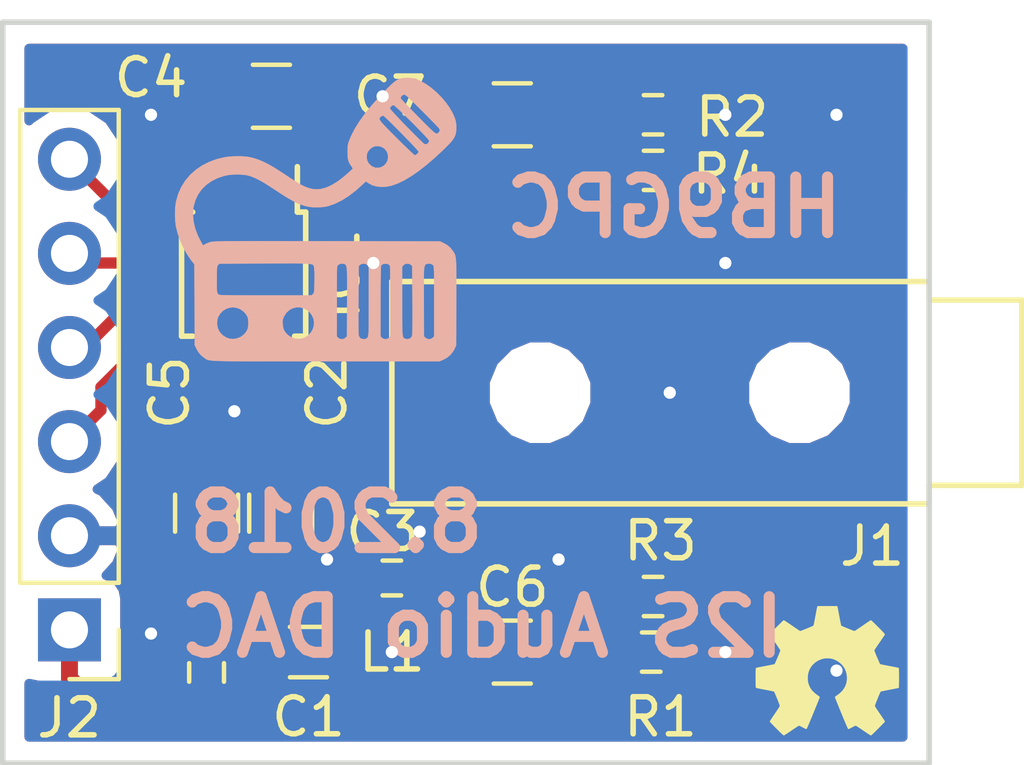
<source format=kicad_pcb>
(kicad_pcb (version 20171130) (host pcbnew "(5.0.1-3-g963ef8bb5)")

  (general
    (thickness 1.6002)
    (drawings 7)
    (tracks 73)
    (zones 0)
    (modules 17)
    (nets 16)
  )

  (page A4)
  (layers
    (0 F.Cu signal)
    (31 B.Cu signal)
    (34 B.Paste user)
    (35 F.Paste user)
    (36 B.SilkS user)
    (37 F.SilkS user)
    (38 B.Mask user)
    (39 F.Mask user)
    (44 Edge.Cuts user)
    (45 Margin user)
    (46 B.CrtYd user)
    (47 F.CrtYd user)
    (48 B.Fab user)
    (49 F.Fab user)
  )

  (setup
    (last_trace_width 0.1524)
    (trace_clearance 0.1524)
    (zone_clearance 0.508)
    (zone_45_only no)
    (trace_min 0.1524)
    (segment_width 0.2)
    (edge_width 0.15)
    (via_size 0.508)
    (via_drill 0.254)
    (via_min_size 0.508)
    (via_min_drill 0.254)
    (uvia_size 0.2)
    (uvia_drill 0.1)
    (uvias_allowed no)
    (uvia_min_size 0.2)
    (uvia_min_drill 0.1)
    (pcb_text_width 0.3)
    (pcb_text_size 1.5 1.5)
    (mod_edge_width 0.15)
    (mod_text_size 1 1)
    (mod_text_width 0.15)
    (pad_size 1.4 0.3)
    (pad_drill 0)
    (pad_to_mask_clearance 0.0508)
    (solder_mask_min_width 0.25)
    (aux_axis_origin 0 0)
    (visible_elements FFFFFF7F)
    (pcbplotparams
      (layerselection 0x010f0_ffffffff)
      (usegerberextensions false)
      (usegerberattributes false)
      (usegerberadvancedattributes false)
      (creategerberjobfile false)
      (excludeedgelayer true)
      (linewidth 0.100000)
      (plotframeref false)
      (viasonmask false)
      (mode 1)
      (useauxorigin false)
      (hpglpennumber 1)
      (hpglpenspeed 20)
      (hpglpendiameter 15.000000)
      (psnegative false)
      (psa4output false)
      (plotreference true)
      (plotvalue false)
      (plotinvisibletext false)
      (padsonsilk false)
      (subtractmaskfromsilk true)
      (outputformat 1)
      (mirror false)
      (drillshape 0)
      (scaleselection 1)
      (outputdirectory "GERBERS/"))
  )

  (net 0 "")
  (net 1 GND)
  (net 2 /VCC)
  (net 3 "Net-(C2-Pad1)")
  (net 4 "Net-(C4-Pad1)")
  (net 5 "Net-(C5-Pad1)")
  (net 6 "Net-(C6-Pad1)")
  (net 7 "Net-(C6-Pad2)")
  (net 8 "Net-(C7-Pad2)")
  (net 9 "Net-(C7-Pad1)")
  (net 10 /MCLK)
  (net 11 /LRCK)
  (net 12 /SCLK)
  (net 13 /SDIN)
  (net 14 "Net-(J1-Pad2)")
  (net 15 "Net-(J1-Pad3)")

  (net_class Default "Dies ist die voreingestellte Netzklasse."
    (clearance 0.1524)
    (trace_width 0.1524)
    (via_dia 0.508)
    (via_drill 0.254)
    (uvia_dia 0.2)
    (uvia_drill 0.1)
    (add_net /LRCK)
    (add_net /MCLK)
    (add_net /SCLK)
    (add_net /SDIN)
    (add_net GND)
    (add_net "Net-(C4-Pad1)")
    (add_net "Net-(C5-Pad1)")
    (add_net "Net-(C6-Pad1)")
    (add_net "Net-(C6-Pad2)")
    (add_net "Net-(C7-Pad1)")
    (add_net "Net-(C7-Pad2)")
    (add_net "Net-(J1-Pad2)")
    (add_net "Net-(J1-Pad3)")
  )

  (net_class PWR ""
    (clearance 0.1524)
    (trace_width 0.4572)
    (via_dia 0.508)
    (via_drill 0.254)
    (uvia_dia 0.2)
    (uvia_drill 0.1)
    (add_net /VCC)
    (add_net "Net-(C2-Pad1)")
  )

  (module logo:logo_oshw (layer F.Cu) (tedit 0) (tstamp 5B82FBE9)
    (at 112.25 77.5)
    (fp_text reference G*** (at 0 0) (layer F.SilkS) hide
      (effects (font (size 1.524 1.524) (thickness 0.3)))
    )
    (fp_text value LOGO (at 0.75 0) (layer F.SilkS) hide
      (effects (font (size 1.524 1.524) (thickness 0.3)))
    )
    (fp_poly (pts (xy 0.271333 -1.724602) (xy 0.273546 -1.716257) (xy 0.277568 -1.697818) (xy 0.283149 -1.67055)
      (xy 0.29004 -1.635719) (xy 0.297992 -1.59459) (xy 0.306757 -1.548431) (xy 0.316086 -1.498506)
      (xy 0.320441 -1.474931) (xy 0.329963 -1.423613) (xy 0.339054 -1.3754) (xy 0.347461 -1.331573)
      (xy 0.354933 -1.293412) (xy 0.361217 -1.262198) (xy 0.366061 -1.239211) (xy 0.369214 -1.225734)
      (xy 0.370009 -1.223123) (xy 0.371668 -1.218722) (xy 0.373462 -1.214978) (xy 0.376451 -1.211382)
      (xy 0.38169 -1.207423) (xy 0.390239 -1.202591) (xy 0.403156 -1.196374) (xy 0.421497 -1.188262)
      (xy 0.446321 -1.177746) (xy 0.478686 -1.164313) (xy 0.51965 -1.147454) (xy 0.567647 -1.127736)
      (xy 0.619327 -1.106721) (xy 0.661081 -1.090255) (xy 0.6935 -1.078125) (xy 0.717177 -1.070118)
      (xy 0.732702 -1.066023) (xy 0.740669 -1.065626) (xy 0.740676 -1.065629) (xy 0.748021 -1.069682)
      (xy 0.763765 -1.079592) (xy 0.786819 -1.094636) (xy 0.816098 -1.114088) (xy 0.850513 -1.137226)
      (xy 0.888976 -1.163324) (xy 0.930402 -1.191659) (xy 0.944459 -1.201323) (xy 0.997031 -1.237503)
      (xy 1.04093 -1.267655) (xy 1.076994 -1.292298) (xy 1.106062 -1.31195) (xy 1.128971 -1.327129)
      (xy 1.146558 -1.338353) (xy 1.159663 -1.346141) (xy 1.169123 -1.35101) (xy 1.175775 -1.35348)
      (xy 1.180458 -1.354068) (xy 1.18401 -1.353292) (xy 1.187268 -1.351671) (xy 1.187413 -1.351591)
      (xy 1.193578 -1.346393) (xy 1.206983 -1.33386) (xy 1.22674 -1.31486) (xy 1.251965 -1.29026)
      (xy 1.281769 -1.260926) (xy 1.315268 -1.227728) (xy 1.351574 -1.191531) (xy 1.376141 -1.166924)
      (xy 1.421284 -1.12148) (xy 1.458692 -1.083476) (xy 1.488916 -1.052316) (xy 1.512508 -1.0274)
      (xy 1.53002 -1.008133) (xy 1.542003 -0.993916) (xy 1.54901 -0.984151) (xy 1.551592 -0.978242)
      (xy 1.551546 -0.976948) (xy 1.547746 -0.969951) (xy 1.538076 -0.954503) (xy 1.523232 -0.931651)
      (xy 1.503907 -0.902442) (xy 1.480798 -0.867923) (xy 1.454599 -0.829139) (xy 1.426005 -0.787139)
      (xy 1.409969 -0.763716) (xy 1.380353 -0.720403) (xy 1.352731 -0.679734) (xy 1.327802 -0.642759)
      (xy 1.306264 -0.610527) (xy 1.288818 -0.584087) (xy 1.276162 -0.56449) (xy 1.268996 -0.552784)
      (xy 1.267661 -0.550132) (xy 1.26883 -0.540738) (xy 1.274992 -0.520969) (xy 1.286137 -0.490851)
      (xy 1.302255 -0.450415) (xy 1.323335 -0.399687) (xy 1.333925 -0.374709) (xy 1.355764 -0.323448)
      (xy 1.373559 -0.281769) (xy 1.38782 -0.248646) (xy 1.399055 -0.223052) (xy 1.407774 -0.20396)
      (xy 1.414487 -0.190342) (xy 1.419702 -0.181173) (xy 1.423931 -0.175425) (xy 1.427681 -0.172071)
      (xy 1.431463 -0.170085) (xy 1.435785 -0.168439) (xy 1.436371 -0.168213) (xy 1.445293 -0.165872)
      (xy 1.464277 -0.161719) (xy 1.492029 -0.156009) (xy 1.527252 -0.149) (xy 1.568652 -0.140948)
      (xy 1.614931 -0.132109) (xy 1.664796 -0.12274) (xy 1.684478 -0.119083) (xy 1.735039 -0.109588)
      (xy 1.782221 -0.100481) (xy 1.824777 -0.092022) (xy 1.86146 -0.084468) (xy 1.891025 -0.078079)
      (xy 1.912226 -0.073113) (xy 1.923814 -0.069829) (xy 1.925489 -0.069036) (xy 1.927635 -0.061608)
      (xy 1.929504 -0.044071) (xy 1.931095 -0.017856) (xy 1.932406 0.015605) (xy 1.933438 0.054879)
      (xy 1.934189 0.098534) (xy 1.934658 0.145138) (xy 1.934845 0.19326) (xy 1.934749 0.241468)
      (xy 1.934369 0.288328) (xy 1.933704 0.33241) (xy 1.932753 0.37228) (xy 1.931515 0.406508)
      (xy 1.92999 0.433661) (xy 1.928176 0.452307) (xy 1.926074 0.461014) (xy 1.925804 0.461322)
      (xy 1.918536 0.463797) (xy 1.901151 0.468074) (xy 1.874892 0.473892) (xy 1.841 0.480995)
      (xy 1.80072 0.489124) (xy 1.755294 0.498021) (xy 1.705965 0.507427) (xy 1.684792 0.511391)
      (xy 1.634049 0.52097) (xy 1.586555 0.530182) (xy 1.543579 0.538763) (xy 1.506387 0.54645)
      (xy 1.476247 0.552979) (xy 1.454427 0.558085) (xy 1.442195 0.561504) (xy 1.440271 0.56234)
      (xy 1.435447 0.569374) (xy 1.427157 0.585692) (xy 1.416017 0.609776) (xy 1.402644 0.64011)
      (xy 1.387652 0.675177) (xy 1.371658 0.713461) (xy 1.355279 0.753444) (xy 1.339129 0.793609)
      (xy 1.323826 0.832442) (xy 1.309984 0.868423) (xy 1.298221 0.900038) (xy 1.289151 0.925769)
      (xy 1.283392 0.944099) (xy 1.281546 0.953154) (xy 1.284765 0.962197) (xy 1.294466 0.97996)
      (xy 1.310716 1.006548) (xy 1.333584 1.042066) (xy 1.363137 1.086622) (xy 1.399441 1.140321)
      (xy 1.417205 1.166336) (xy 1.446331 1.209089) (xy 1.473313 1.249094) (xy 1.497469 1.285308)
      (xy 1.518115 1.316688) (xy 1.534567 1.342189) (xy 1.546141 1.36077) (xy 1.552154 1.371387)
      (xy 1.552864 1.373327) (xy 1.548902 1.379134) (xy 1.537566 1.392198) (xy 1.519686 1.411648)
      (xy 1.496089 1.436616) (xy 1.467603 1.466231) (xy 1.435056 1.499623) (xy 1.399275 1.535922)
      (xy 1.372589 1.562754) (xy 1.327632 1.607671) (xy 1.290042 1.644923) (xy 1.259146 1.675132)
      (xy 1.234274 1.698921) (xy 1.214751 1.716912) (xy 1.199906 1.729727) (xy 1.189066 1.737986)
      (xy 1.181559 1.742313) (xy 1.177327 1.743364) (xy 1.168206 1.740128) (xy 1.150393 1.730372)
      (xy 1.123781 1.714028) (xy 1.088261 1.691026) (xy 1.043723 1.661298) (xy 0.990059 1.624772)
      (xy 0.972272 1.612553) (xy 0.916421 1.574379) (xy 0.869187 1.542657) (xy 0.830696 1.51747)
      (xy 0.801073 1.498896) (xy 0.780444 1.487017) (xy 0.768934 1.481913) (xy 0.767522 1.481705)
      (xy 0.75741 1.484377) (xy 0.73945 1.491754) (xy 0.715831 1.502839) (xy 0.688744 1.516634)
      (xy 0.676318 1.523289) (xy 0.641895 1.541918) (xy 0.616089 1.555529) (xy 0.597426 1.564714)
      (xy 0.584433 1.570063) (xy 0.575634 1.572168) (xy 0.569556 1.57162) (xy 0.564725 1.569009)
      (xy 0.563879 1.568369) (xy 0.56014 1.5619) (xy 0.5525 1.545719) (xy 0.54137 1.520826)
      (xy 0.527161 1.488218) (xy 0.510287 1.448894) (xy 0.491158 1.403853) (xy 0.470186 1.354091)
      (xy 0.447784 1.300608) (xy 0.424364 1.244402) (xy 0.400337 1.186471) (xy 0.376116 1.127814)
      (xy 0.352112 1.069428) (xy 0.328737 1.012312) (xy 0.306403 0.957464) (xy 0.285522 0.905883)
      (xy 0.266506 0.858566) (xy 0.249767 0.816513) (xy 0.235717 0.78072) (xy 0.224768 0.752187)
      (xy 0.217331 0.731912) (xy 0.213819 0.720892) (xy 0.213591 0.719482) (xy 0.216546 0.707727)
      (xy 0.226858 0.69659) (xy 0.238125 0.688651) (xy 0.2912 0.652072) (xy 0.339955 0.613701)
      (xy 0.382206 0.575382) (xy 0.415769 0.53896) (xy 0.416264 0.538352) (xy 0.461632 0.474581)
      (xy 0.496033 0.408023) (xy 0.519704 0.337953) (xy 0.532881 0.263646) (xy 0.535799 0.184379)
      (xy 0.535383 0.172407) (xy 0.526483 0.093814) (xy 0.507042 0.019473) (xy 0.47749 -0.049957)
      (xy 0.438257 -0.113818) (xy 0.389774 -0.171455) (xy 0.33247 -0.222207) (xy 0.266776 -0.265419)
      (xy 0.239569 -0.279791) (xy 0.197591 -0.299386) (xy 0.160524 -0.313554) (xy 0.123909 -0.323613)
      (xy 0.083289 -0.330885) (xy 0.054789 -0.334499) (xy -0.017457 -0.337498) (xy -0.088405 -0.329765)
      (xy -0.159151 -0.311092) (xy -0.230791 -0.281271) (xy -0.233795 -0.279791) (xy -0.302506 -0.239669)
      (xy -0.363032 -0.19174) (xy -0.414933 -0.136678) (xy -0.457768 -0.075158) (xy -0.491095 -0.007851)
      (xy -0.514473 0.064567) (xy -0.52746 0.141425) (xy -0.529586 0.171802) (xy -0.528464 0.250608)
      (xy -0.517737 0.323715) (xy -0.497037 0.39235) (xy -0.465998 0.457741) (xy -0.425429 0.519546)
      (xy -0.390035 0.561016) (xy -0.345316 0.60378) (xy -0.293122 0.646219) (xy -0.235299 0.686715)
      (xy -0.232352 0.688622) (xy -0.216282 0.700796) (xy -0.208938 0.711862) (xy -0.207818 0.719482)
      (xy -0.209983 0.72732) (xy -0.216206 0.744735) (xy -0.226073 0.770727) (xy -0.239173 0.8043)
      (xy -0.255095 0.844453) (xy -0.273425 0.89019) (xy -0.293752 0.940512) (xy -0.315665 0.994421)
      (xy -0.338751 1.050918) (xy -0.362598 1.109005) (xy -0.386795 1.167684) (xy -0.410929 1.225957)
      (xy -0.434588 1.282825) (xy -0.457362 1.33729) (xy -0.478837 1.388354) (xy -0.498602 1.435019)
      (xy -0.516245 1.476286) (xy -0.531353 1.511157) (xy -0.543516 1.538634) (xy -0.552321 1.557719)
      (xy -0.557356 1.567412) (xy -0.558105 1.568369) (xy -0.562869 1.571287) (xy -0.568615 1.572248)
      (xy -0.576818 1.570662) (xy -0.588952 1.565937) (xy -0.606492 1.557482) (xy -0.63091 1.544706)
      (xy -0.663683 1.527019) (xy -0.670544 1.523289) (xy -0.698463 1.508621) (xy -0.723875 1.496223)
      (xy -0.744589 1.487095) (xy -0.758416 1.482234) (xy -0.761748 1.481705) (xy -0.771009 1.485141)
      (xy -0.789421 1.495371) (xy -0.816857 1.512315) (xy -0.853191 1.535893) (xy -0.8983 1.566024)
      (xy -0.952056 1.602629) (xy -0.966499 1.612553) (xy -1.022905 1.651119) (xy -1.070153 1.682867)
      (xy -1.108351 1.707868) (xy -1.137609 1.72619) (xy -1.158034 1.737904) (xy -1.169736 1.743077)
      (xy -1.171553 1.743364) (xy -1.176775 1.741867) (xy -1.184762 1.736961) (xy -1.196189 1.728025)
      (xy -1.211727 1.714436) (xy -1.232048 1.695572) (xy -1.257826 1.670812) (xy -1.289732 1.639534)
      (xy -1.328439 1.601115) (xy -1.366815 1.562754) (xy -1.404376 1.52493) (xy -1.439286 1.489401)
      (xy -1.470718 1.457036) (xy -1.497844 1.428705) (xy -1.519836 1.405279) (xy -1.535866 1.387628)
      (xy -1.545106 1.37662) (xy -1.547091 1.373327) (xy -1.543922 1.366804) (xy -1.53487 1.351828)
      (xy -1.520621 1.329442) (xy -1.501857 1.300689) (xy -1.479262 1.266613) (xy -1.453519 1.228256)
      (xy -1.425313 1.186661) (xy -1.411431 1.166336) (xy -1.372193 1.10866) (xy -1.339736 1.060173)
      (xy -1.313992 1.020769) (xy -1.294895 0.990341) (xy -1.282377 0.968785) (xy -1.27637 0.955993)
      (xy -1.275772 0.953154) (xy -1.277918 0.943028) (xy -1.283944 0.924098) (xy -1.293234 0.897879)
      (xy -1.305172 0.865889) (xy -1.319143 0.829644) (xy -1.334531 0.790661) (xy -1.350718 0.750457)
      (xy -1.36709 0.710548) (xy -1.383031 0.672451) (xy -1.397924 0.637682) (xy -1.411153 0.607759)
      (xy -1.422103 0.584198) (xy -1.430157 0.568516) (xy -1.434498 0.56234) (xy -1.442547 0.559668)
      (xy -1.460689 0.555204) (xy -1.487658 0.549212) (xy -1.522185 0.541956) (xy -1.563003 0.5337)
      (xy -1.608844 0.524708) (xy -1.658441 0.515244) (xy -1.679019 0.511391) (xy -1.729594 0.50185)
      (xy -1.776779 0.492712) (xy -1.819331 0.484236) (xy -1.856005 0.476679) (xy -1.88556 0.470299)
      (xy -1.906753 0.465356) (xy -1.91834 0.462107) (xy -1.92003 0.461322) (xy -1.922167 0.453896)
      (xy -1.924015 0.43636) (xy -1.925575 0.410146) (xy -1.926846 0.376686) (xy -1.927832 0.337413)
      (xy -1.92853 0.293759) (xy -1.928944 0.247154) (xy -1.929074 0.199033) (xy -1.928921 0.150825)
      (xy -1.928485 0.103964) (xy -1.927769 0.059882) (xy -1.92677 0.020011) (xy -1.925492 -0.014218)
      (xy -1.923935 -0.041372) (xy -1.922099 -0.06002) (xy -1.919986 -0.068729) (xy -1.919716 -0.069036)
      (xy -1.912376 -0.071565) (xy -1.89492 -0.07588) (xy -1.868594 -0.081724) (xy -1.834644 -0.088837)
      (xy -1.794317 -0.096961) (xy -1.74886 -0.105837) (xy -1.699518 -0.115206) (xy -1.678704 -0.119083)
      (xy -1.627814 -0.128586) (xy -1.580015 -0.137657) (xy -1.536602 -0.146039) (xy -1.498872 -0.153476)
      (xy -1.468119 -0.159712) (xy -1.44564 -0.164489) (xy -1.432729 -0.16755) (xy -1.430598 -0.168213)
      (xy -1.426175 -0.169887) (xy -1.422355 -0.171777) (xy -1.418628 -0.17491) (xy -1.414485 -0.180313)
      (xy -1.409416 -0.189012) (xy -1.402912 -0.202035) (xy -1.394464 -0.220407) (xy -1.383562 -0.245157)
      (xy -1.369696 -0.277311) (xy -1.352357 -0.317896) (xy -1.331036 -0.367939) (xy -1.328151 -0.374709)
      (xy -1.305544 -0.428358) (xy -1.287763 -0.471895) (xy -1.27469 -0.50564) (xy -1.266202 -0.529913)
      (xy -1.262181 -0.545033) (xy -1.262006 -0.550506) (xy -1.265994 -0.557664) (xy -1.27585 -0.573264)
      (xy -1.29087 -0.596253) (xy -1.310355 -0.62558) (xy -1.333601 -0.66019) (xy -1.359908 -0.699031)
      (xy -1.388574 -0.741052) (xy -1.404278 -0.763953) (xy -1.433867 -0.807186) (xy -1.461432 -0.847767)
      (xy -1.486276 -0.884651) (xy -1.507702 -0.916787) (xy -1.525013 -0.943127) (xy -1.537513 -0.962624)
      (xy -1.544505 -0.974228) (xy -1.545737 -0.976811) (xy -1.544704 -0.981416) (xy -1.539617 -0.989482)
      (xy -1.529909 -1.001623) (xy -1.515014 -1.018454) (xy -1.494366 -1.040588) (xy -1.467398 -1.068639)
      (xy -1.433544 -1.103221) (xy -1.392238 -1.144949) (xy -1.370367 -1.166924) (xy -1.332717 -1.204599)
      (xy -1.2973 -1.239837) (xy -1.265005 -1.27177) (xy -1.236716 -1.299531) (xy -1.213321 -1.322253)
      (xy -1.195705 -1.339068) (xy -1.184755 -1.349111) (xy -1.181639 -1.351591) (xy -1.17843 -1.35324)
      (xy -1.175013 -1.354106) (xy -1.17055 -1.353672) (xy -1.164203 -1.351419) (xy -1.155134 -1.34683)
      (xy -1.142504 -1.339387) (xy -1.125477 -1.32857) (xy -1.103213 -1.313864) (xy -1.074876 -1.294749)
      (xy -1.039626 -1.270708) (xy -0.996626 -1.241222) (xy -0.945038 -1.205774) (xy -0.938897 -1.201553)
      (xy -0.896635 -1.172612) (xy -0.856994 -1.145671) (xy -0.821058 -1.121451) (xy -0.789908 -1.100672)
      (xy -0.764627 -1.084055) (xy -0.746298 -1.072321) (xy -0.736003 -1.066189) (xy -0.734506 -1.065503)
      (xy -0.725116 -1.066148) (xy -0.706575 -1.071285) (xy -0.67856 -1.081023) (xy -0.640749 -1.095477)
      (xy -0.593613 -1.114431) (xy -0.539053 -1.136768) (xy -0.494197 -1.155212) (xy -0.458057 -1.17023)
      (xy -0.429646 -1.18229) (xy -0.407978 -1.191857) (xy -0.392063 -1.1994) (xy -0.380917 -1.205385)
      (xy -0.37355 -1.210278) (xy -0.368976 -1.214547) (xy -0.366208 -1.218658) (xy -0.364352 -1.222842)
      (xy -0.362011 -1.231723) (xy -0.357866 -1.250683) (xy -0.352172 -1.278438) (xy -0.34518 -1.313706)
      (xy -0.337144 -1.355205) (xy -0.328315 -1.401652) (xy -0.318948 -1.451764) (xy -0.314667 -1.474931)
      (xy -0.305165 -1.526148) (xy -0.296114 -1.574175) (xy -0.287761 -1.617745) (xy -0.280357 -1.655593)
      (xy -0.27415 -1.686453) (xy -0.26939 -1.709059) (xy -0.266324 -1.722144) (xy -0.265559 -1.724602)
      (xy -0.26002 -1.73759) (xy 0.265793 -1.73759) (xy 0.271333 -1.724602)) (layer F.SilkS) (width 0.01))
  )

  (module logo:logo_radio (layer B.Cu) (tedit 0) (tstamp 5B82FC12)
    (at 97.25 66 180)
    (fp_text reference G*** (at 0 0 180) (layer B.SilkS) hide
      (effects (font (size 1.524 1.524) (thickness 0.3)) (justify mirror))
    )
    (fp_text value LOGO (at 0.75 0 180) (layer B.SilkS) hide
      (effects (font (size 1.524 1.524) (thickness 0.3)) (justify mirror))
    )
    (fp_poly (pts (xy -3.623578 4.49534) (xy -3.62213 4.495275) (xy -3.5511 4.489397) (xy -3.488101 4.477089)
      (xy -3.429017 4.455846) (xy -3.369729 4.423165) (xy -3.30612 4.376542) (xy -3.234074 4.31347)
      (xy -3.149471 4.231447) (xy -3.091221 4.172352) (xy -2.874379 3.942804) (xy -2.683537 3.725496)
      (xy -2.517936 3.51937) (xy -2.376814 3.323367) (xy -2.259413 3.13643) (xy -2.164972 2.957499)
      (xy -2.09273 2.785518) (xy -2.090396 2.779059) (xy -2.074911 2.731294) (xy -2.064709 2.68527)
      (xy -2.058768 2.632666) (xy -2.056067 2.565162) (xy -2.055553 2.495177) (xy -2.058135 2.391168)
      (xy -2.0672 2.309163) (xy -2.084802 2.241615) (xy -2.112998 2.180975) (xy -2.153843 2.119696)
      (xy -2.160063 2.111455) (xy -2.182839 2.078452) (xy -2.19468 2.055108) (xy -2.195191 2.051674)
      (xy -2.183234 2.03414) (xy -2.151942 2.002007) (xy -2.105618 1.95896) (xy -2.048563 1.908683)
      (xy -1.98508 1.854862) (xy -1.919468 1.801183) (xy -1.85603 1.751329) (xy -1.799068 1.708986)
      (xy -1.777888 1.694177) (xy -1.622491 1.599729) (xy -1.474953 1.533803) (xy -1.334754 1.49624)
      (xy -1.201375 1.486877) (xy -1.130006 1.493807) (xy -1.066017 1.505842) (xy -1.004356 1.521914)
      (xy -0.941693 1.543731) (xy -0.874698 1.573003) (xy -0.800041 1.611436) (xy -0.71439 1.660741)
      (xy -0.614416 1.722624) (xy -0.496788 1.798795) (xy -0.366058 1.885677) (xy -0.203598 1.99246)
      (xy -0.060089 2.08192) (xy 0.068372 2.155981) (xy 0.185692 2.216567) (xy 0.295774 2.265603)
      (xy 0.402526 2.305013) (xy 0.509851 2.336722) (xy 0.586811 2.355234) (xy 0.669931 2.368203)
      (xy 0.773941 2.376268) (xy 0.890251 2.379423) (xy 1.010272 2.377662) (xy 1.125415 2.370981)
      (xy 1.227091 2.359373) (xy 1.249616 2.355662) (xy 1.473248 2.302797) (xy 1.680834 2.227171)
      (xy 1.871016 2.130034) (xy 2.042438 2.012633) (xy 2.193743 1.876217) (xy 2.323577 1.722033)
      (xy 2.430581 1.551331) (xy 2.513399 1.365357) (xy 2.570675 1.165362) (xy 2.576989 1.134183)
      (xy 2.591425 1.028568) (xy 2.599114 0.904426) (xy 2.60005 0.772345) (xy 2.594226 0.64291)
      (xy 2.581637 0.526708) (xy 2.577366 0.500595) (xy 2.533965 0.318224) (xy 2.468664 0.128295)
      (xy 2.385123 -0.06127) (xy 2.287003 -0.242547) (xy 2.177962 -0.407613) (xy 2.127853 -0.47259)
      (xy 2.077761 -0.534297) (xy 2.069353 -2.711823) (xy 2.028504 -2.799018) (xy 1.971107 -2.902269)
      (xy 1.903898 -2.983787) (xy 1.820225 -3.051555) (xy 1.815364 -3.054809) (xy 1.799297 -3.066009)
      (xy 1.785397 -3.076321) (xy 1.772432 -3.085781) (xy 1.759171 -3.094426) (xy 1.744385 -3.102293)
      (xy 1.72684 -3.109417) (xy 1.705308 -3.115836) (xy 1.678555 -3.121585) (xy 1.645353 -3.126701)
      (xy 1.604468 -3.13122) (xy 1.554672 -3.13518) (xy 1.494731 -3.138615) (xy 1.423417 -3.141564)
      (xy 1.339497 -3.144061) (xy 1.24174 -3.146144) (xy 1.128916 -3.147849) (xy 0.999793 -3.149213)
      (xy 0.853141 -3.150271) (xy 0.687728 -3.15106) (xy 0.502324 -3.151618) (xy 0.295698 -3.151979)
      (xy 0.066618 -3.152181) (xy -0.186147 -3.152259) (xy -0.463827 -3.152251) (xy -0.767654 -3.152193)
      (xy -1.098858 -3.152122) (xy -1.458671 -3.152072) (xy -1.471705 -3.152071) (xy -4.534647 -3.151879)
      (xy -4.61843 -3.117413) (xy -4.739062 -3.053397) (xy -4.837784 -2.969254) (xy -4.915596 -2.864038)
      (xy -4.943509 -2.810734) (xy -4.982882 -2.726764) (xy -4.986886 -1.564044) (xy -4.986988 -1.534967)
      (xy -4.392705 -1.534967) (xy -4.392705 -2.481593) (xy -4.356032 -2.518267) (xy -4.306707 -2.548526)
      (xy -4.248199 -2.556956) (xy -4.191084 -2.543654) (xy -4.152516 -2.516393) (xy -4.116294 -2.477845)
      (xy -4.113912 -1.954443) (xy -3.807913 -1.954443) (xy -3.807654 -2.085945) (xy -3.80712 -2.201333)
      (xy -3.806323 -2.297853) (xy -3.805278 -2.372753) (xy -3.803995 -2.423278) (xy -3.802488 -2.446676)
      (xy -3.779348 -2.504677) (xy -3.735936 -2.541115) (xy -3.674173 -2.55444) (xy -3.668976 -2.554466)
      (xy -3.624154 -2.549828) (xy -3.589599 -2.538943) (xy -3.584587 -2.535789) (xy -3.572865 -2.526217)
      (xy -3.562824 -2.515359) (xy -3.554335 -2.500967) (xy -3.547266 -2.480793) (xy -3.541489 -2.45259)
      (xy -3.536873 -2.414108) (xy -3.533287 -2.3631) (xy -3.530603 -2.297318) (xy -3.528688 -2.214514)
      (xy -3.527414 -2.11244) (xy -3.52665 -1.988847) (xy -3.526266 -1.841487) (xy -3.526132 -1.668113)
      (xy -3.526119 -1.538638) (xy -3.212352 -1.538638) (xy -3.212352 -2.481593) (xy -3.175679 -2.518267)
      (xy -3.125989 -2.54866) (xy -3.067612 -2.556147) (xy -3.011055 -2.540729) (xy -2.980085 -2.518267)
      (xy -2.943411 -2.481593) (xy -2.943411 -1.538638) (xy -2.943648 -1.333279) (xy -2.944349 -1.149836)
      (xy -2.945495 -0.989403) (xy -2.947072 -0.853077) (xy -2.949061 -0.741954) (xy -2.951446 -0.657129)
      (xy -2.954211 -0.599698) (xy -2.954252 -0.599313) (xy -2.629647 -0.599313) (xy -2.629647 -1.525815)
      (xy -2.629612 -1.719325) (xy -2.629421 -1.885201) (xy -2.628944 -2.025691) (xy -2.628051 -2.143042)
      (xy -2.626611 -2.239504) (xy -2.624494 -2.317324) (xy -2.62157 -2.378749) (xy -2.61771 -2.426029)
      (xy -2.612782 -2.461412) (xy -2.606657 -2.487144) (xy -2.599205 -2.505475) (xy -2.590295 -2.518653)
      (xy -2.579797 -2.528925) (xy -2.571177 -2.535789) (xy -2.530323 -2.551754) (xy -2.477223 -2.55395)
      (xy -2.425702 -2.543211) (xy -2.394093 -2.525117) (xy -2.368316 -2.488646) (xy -2.353276 -2.446676)
      (xy -2.351769 -2.423281) (xy -2.350486 -2.372758) (xy -2.34944 -2.29786) (xy -2.348644 -2.201341)
      (xy -2.34811 -2.085955) (xy -2.347851 -1.954454) (xy -2.34788 -1.809593) (xy -2.348209 -1.654125)
      (xy -2.348852 -1.490804) (xy -2.348852 -1.49079) (xy -2.350459 -1.15805) (xy -2.045152 -1.15805)
      (xy -2.044677 -1.322144) (xy -2.04386 -1.513459) (xy -2.043645 -1.56073) (xy -2.03947 -2.477845)
      (xy -2.003248 -2.516393) (xy -1.955245 -2.547548) (xy -1.897122 -2.557052) (xy -1.839458 -2.544807)
      (xy -1.799732 -2.518267) (xy -1.763058 -2.481593) (xy -1.763058 -2.096016) (xy -1.150999 -2.096016)
      (xy -1.144747 -2.195553) (xy -1.115693 -2.291316) (xy -1.064785 -2.37895) (xy -0.992966 -2.454099)
      (xy -0.901182 -2.512408) (xy -0.869866 -2.525977) (xy -0.765873 -2.551066) (xy -0.65815 -2.546532)
      (xy -0.573452 -2.523108) (xy -0.485424 -2.476284) (xy -0.4068 -2.40844) (xy -0.346714 -2.327853)
      (xy -0.336489 -2.308411) (xy -0.317388 -2.251361) (xy -0.304599 -2.176703) (xy -0.30151 -2.139553)
      (xy -0.300961 -2.121647) (xy 0.620418 -2.121647) (xy 0.626139 -2.217356) (xy 0.645849 -2.294298)
      (xy 0.683368 -2.361806) (xy 0.742515 -2.429212) (xy 0.748856 -2.435423) (xy 0.831572 -2.496502)
      (xy 0.927421 -2.535637) (xy 1.029527 -2.551711) (xy 1.131014 -2.543604) (xy 1.221026 -2.512264)
      (xy 1.32031 -2.446991) (xy 1.395113 -2.365821) (xy 1.444364 -2.270435) (xy 1.466989 -2.162516)
      (xy 1.46843 -2.124475) (xy 1.463746 -2.052652) (xy 1.451475 -1.989264) (xy 1.443504 -1.965916)
      (xy 1.38822 -1.869198) (xy 1.315182 -1.792758) (xy 1.228762 -1.737509) (xy 1.133332 -1.704361)
      (xy 1.033263 -1.694227) (xy 0.932927 -1.708016) (xy 0.836696 -1.746642) (xy 0.748942 -1.811015)
      (xy 0.740368 -1.819335) (xy 0.683307 -1.883693) (xy 0.646845 -1.946433) (xy 0.627185 -2.017124)
      (xy 0.62053 -2.105337) (xy 0.620418 -2.121647) (xy -0.300961 -2.121647) (xy -0.299627 -2.078168)
      (xy -0.303997 -2.032733) (xy -0.317389 -1.989523) (xy -0.342568 -1.934809) (xy -0.342935 -1.934063)
      (xy -0.404065 -1.840399) (xy -0.481666 -1.768932) (xy -0.571415 -1.720397) (xy -0.668992 -1.69553)
      (xy -0.770075 -1.695065) (xy -0.870341 -1.719738) (xy -0.96547 -1.770284) (xy -1.023492 -1.818319)
      (xy -1.091317 -1.903044) (xy -1.133504 -1.997061) (xy -1.150999 -2.096016) (xy -1.763058 -2.096016)
      (xy -1.763058 -1.534967) (xy -1.763081 -1.34341) (xy -1.763194 -1.179493) (xy -1.763466 -1.040976)
      (xy -1.763964 -0.925616) (xy -1.764759 -0.831172) (xy -1.765094 -0.809202) (xy -1.163677 -0.809202)
      (xy -1.163539 -0.927579) (xy -1.162858 -0.981211) (xy -1.161126 -1.086186) (xy -1.159312 -1.165499)
      (xy -1.156926 -1.223367) (xy -1.15348 -1.264006) (xy -1.148485 -1.291633) (xy -1.141451 -1.310467)
      (xy -1.13189 -1.324722) (xy -1.121719 -1.336063) (xy -1.085497 -1.374588) (xy 0.159487 -1.374588)
      (xy 0.381254 -1.374571) (xy 0.575072 -1.374491) (xy 0.742876 -1.374305) (xy 0.886598 -1.373967)
      (xy 1.008174 -1.373434) (xy 1.109537 -1.372662) (xy 1.192621 -1.371607) (xy 1.25936 -1.370224)
      (xy 1.311687 -1.368469) (xy 1.351536 -1.366299) (xy 1.380842 -1.363669) (xy 1.401538 -1.360536)
      (xy 1.415558 -1.356854) (xy 1.424836 -1.35258) (xy 1.431305 -1.347671) (xy 1.43352 -1.345539)
      (xy 1.448344 -1.32774) (xy 1.459721 -1.305185) (xy 1.46801 -1.274136) (xy 1.473572 -1.230852)
      (xy 1.476767 -1.171593) (xy 1.477955 -1.092621) (xy 1.477495 -0.990196) (xy 1.476357 -0.900588)
      (xy 1.474693 -0.795332) (xy 1.472901 -0.715795) (xy 1.470523 -0.657815) (xy 1.4671 -0.61723)
      (xy 1.462174 -0.58988) (xy 1.455285 -0.571601) (xy 1.445977 -0.558232) (xy 1.437678 -0.54947)
      (xy 1.403649 -0.51547) (xy 0.178637 -0.511479) (xy -0.048242 -0.510707) (xy -0.247122 -0.510059)
      (xy -0.419887 -0.509672) (xy -0.568418 -0.509684) (xy -0.694601 -0.510233) (xy -0.800318 -0.511457)
      (xy -0.887453 -0.513494) (xy -0.957888 -0.516483) (xy -1.013507 -0.520561) (xy -1.056194 -0.525866)
      (xy -1.087831 -0.532537) (xy -1.110303 -0.540711) (xy -1.125491 -0.550526) (xy -1.135281 -0.562121)
      (xy -1.141554 -0.575634) (xy -1.146194 -0.591202) (xy -1.151078 -0.60894) (xy -1.157392 -0.648168)
      (xy -1.16161 -0.715493) (xy -1.163677 -0.809202) (xy -1.765094 -0.809202) (xy -1.765917 -0.755402)
      (xy -1.767507 -0.696065) (xy -1.769597 -0.650919) (xy -1.772256 -0.617721) (xy -1.775552 -0.594232)
      (xy -1.779554 -0.578209) (xy -1.784329 -0.56741) (xy -1.789946 -0.559594) (xy -1.792882 -0.556329)
      (xy -1.839826 -0.52551) (xy -1.899421 -0.512751) (xy -1.958716 -0.520691) (xy -1.961907 -0.521855)
      (xy -1.978873 -0.528642) (xy -1.993446 -0.536599) (xy -2.005797 -0.547895) (xy -2.016097 -0.564701)
      (xy -2.024517 -0.589189) (xy -2.031227 -0.62353) (xy -2.036398 -0.669894) (xy -2.040202 -0.730453)
      (xy -2.042808 -0.807377) (xy -2.044388 -0.902837) (xy -2.045112 -1.019004) (xy -2.045152 -1.15805)
      (xy -2.350459 -1.15805) (xy -2.353235 -0.583522) (xy -2.387268 -0.549496) (xy -2.435313 -0.520704)
      (xy -2.493224 -0.513013) (xy -2.550131 -0.526007) (xy -2.593587 -0.557392) (xy -2.629647 -0.599313)
      (xy -2.954252 -0.599313) (xy -2.957338 -0.570757) (xy -2.958238 -0.567979) (xy -2.981853 -0.544868)
      (xy -3.020064 -0.524882) (xy -3.025473 -0.522979) (xy -3.080792 -0.515165) (xy -3.135812 -0.524147)
      (xy -3.179915 -0.547148) (xy -3.197526 -0.567979) (xy -3.200748 -0.589081) (xy -3.203612 -0.638967)
      (xy -3.206101 -0.716542) (xy -3.208198 -0.82071) (xy -3.209887 -0.950375) (xy -3.21115 -1.104441)
      (xy -3.211972 -1.281812) (xy -3.212335 -1.481391) (xy -3.212352 -1.538638) (xy -3.526119 -1.538638)
      (xy -3.526117 -1.525815) (xy -3.526117 -0.599313) (xy -3.562176 -0.557392) (xy -3.607958 -0.525009)
      (xy -3.665138 -0.512914) (xy -3.722844 -0.521521) (xy -3.768496 -0.549496) (xy -3.802529 -0.583522)
      (xy -3.806912 -1.49079) (xy -3.807554 -1.654112) (xy -3.807884 -1.809581) (xy -3.807913 -1.954443)
      (xy -4.113912 -1.954443) (xy -4.112119 -1.56073) (xy -4.111248 -1.362957) (xy -4.110681 -1.192896)
      (xy -4.110589 -1.048374) (xy -4.111144 -0.927222) (xy -4.112515 -0.827268) (xy -4.114874 -0.746342)
      (xy -4.118392 -0.682272) (xy -4.123239 -0.632887) (xy -4.129586 -0.596017) (xy -4.137604 -0.56949)
      (xy -4.147463 -0.551136) (xy -4.159336 -0.538784) (xy -4.173391 -0.530262) (xy -4.189801 -0.5234)
      (xy -4.193857 -0.521855) (xy -4.252733 -0.512619) (xy -4.312667 -0.524238) (xy -4.360711 -0.554071)
      (xy -4.362882 -0.556329) (xy -4.368916 -0.563519) (xy -4.374077 -0.572643) (xy -4.378431 -0.585943)
      (xy -4.382049 -0.605661) (xy -4.384998 -0.634038) (xy -4.387346 -0.673315) (xy -4.389161 -0.725734)
      (xy -4.390513 -0.793538) (xy -4.391469 -0.878967) (xy -4.392097 -0.984263) (xy -4.392467 -1.111668)
      (xy -4.392646 -1.263423) (xy -4.392702 -1.441771) (xy -4.392705 -1.534967) (xy -4.986988 -1.534967)
      (xy -4.987664 -1.342861) (xy -4.988277 -1.14946) (xy -4.988585 -0.981741) (xy -4.988445 -0.837606)
      (xy -4.987715 -0.714954) (xy -4.986253 -0.611686) (xy -4.983918 -0.525701) (xy -4.980566 -0.454901)
      (xy -4.976056 -0.397184) (xy -4.970247 -0.350452) (xy -4.962996 -0.312605) (xy -4.95416 -0.281542)
      (xy -4.943599 -0.255165) (xy -4.931169 -0.231373) (xy -4.91673 -0.208066) (xy -4.900138 -0.183146)
      (xy -4.892739 -0.172062) (xy -4.825475 -0.087316) (xy -4.74499 -0.019437) (xy -4.64326 0.038267)
      (xy -4.636783 0.041328) (xy -4.549588 0.082177) (xy -1.494117 0.086158) (xy -1.138669 0.086617)
      (xy -0.811857 0.087024) (xy -0.512437 0.087367) (xy -0.239164 0.087637) (xy 0.009207 0.087823)
      (xy 0.233923 0.087916) (xy 0.436228 0.087904) (xy 0.617367 0.087779) (xy 0.778586 0.087529)
      (xy 0.92113 0.087144) (xy 1.046244 0.086615) (xy 1.155173 0.085931) (xy 1.249163 0.085081)
      (xy 1.329459 0.084056) (xy 1.397306 0.082845) (xy 1.453949 0.081439) (xy 1.500634 0.079826)
      (xy 1.538606 0.077997) (xy 1.56911 0.075942) (xy 1.593392 0.073649) (xy 1.612696 0.07111)
      (xy 1.628267 0.068314) (xy 1.641352 0.065251) (xy 1.653196 0.061909) (xy 1.658471 0.060307)
      (xy 1.716186 0.040177) (xy 1.768664 0.017813) (xy 1.799824 0.000921) (xy 1.84406 -0.028632)
      (xy 1.901126 0.069736) (xy 1.991785 0.24886) (xy 2.058903 0.431517) (xy 2.10171 0.61398)
      (xy 2.119434 0.792525) (xy 2.111305 0.963427) (xy 2.100104 1.031497) (xy 2.051537 1.200717)
      (xy 1.977858 1.35442) (xy 1.880073 1.491612) (xy 1.759183 1.611303) (xy 1.616193 1.712501)
      (xy 1.452105 1.794214) (xy 1.267923 1.855451) (xy 1.265991 1.855955) (xy 1.163194 1.875922)
      (xy 1.045279 1.887836) (xy 0.921022 1.891707) (xy 0.799198 1.887548) (xy 0.688583 1.87537)
      (xy 0.59795 1.855183) (xy 0.597648 1.855089) (xy 0.519298 1.828186) (xy 0.439978 1.795486)
      (xy 0.35594 1.754941) (xy 0.26344 1.704501) (xy 0.158733 1.642118) (xy 0.038073 1.565742)
      (xy -0.102285 1.473325) (xy -0.112058 1.466794) (xy -0.26906 1.36343) (xy -0.406147 1.277036)
      (xy -0.526757 1.205936) (xy -0.634327 1.148453) (xy -0.732292 1.102911) (xy -0.824089 1.067634)
      (xy -0.913156 1.040944) (xy -1.002927 1.021165) (xy -1.037883 1.015122) (xy -1.136482 1.005448)
      (xy -1.249606 1.004239) (xy -1.365262 1.010944) (xy -1.47146 1.02501) (xy -1.529291 1.037719)
      (xy -1.713517 1.101466) (xy -1.901579 1.194485) (xy -2.092997 1.316478) (xy -2.28729 1.467148)
      (xy -2.434365 1.598561) (xy -2.481077 1.642206) (xy -2.519108 1.676942) (xy -2.543669 1.69844)
      (xy -2.550289 1.703295) (xy -2.564102 1.695306) (xy -2.594115 1.674854) (xy -2.617298 1.65831)
      (xy -2.716211 1.603982) (xy -2.832924 1.569254) (xy -2.96221 1.554679) (xy -3.098841 1.560814)
      (xy -3.237589 1.588214) (xy -3.248432 1.591286) (xy -3.411124 1.649965) (xy -3.586133 1.735097)
      (xy -3.772802 1.846216) (xy -3.97047 1.982857) (xy -4.17848 2.144555) (xy -4.396174 2.330844)
      (xy -4.410947 2.344555) (xy -3.149607 2.344555) (xy -3.130233 2.255694) (xy -3.089 2.181142)
      (xy -3.030574 2.123229) (xy -2.959621 2.084288) (xy -2.880809 2.066653) (xy -2.798803 2.072656)
      (xy -2.71827 2.10463) (xy -2.696978 2.118303) (xy -2.630822 2.181272) (xy -2.586633 2.259045)
      (xy -2.56812 2.344784) (xy -2.56779 2.356486) (xy -2.573791 2.431979) (xy -2.596027 2.493558)
      (xy -2.638765 2.554175) (xy -2.705409 2.613535) (xy -2.78016 2.647684) (xy -2.858478 2.658486)
      (xy -2.935821 2.647803) (xy -3.00765 2.617498) (xy -3.069423 2.569436) (xy -3.116601 2.505478)
      (xy -3.144642 2.427489) (xy -3.149607 2.344555) (xy -4.410947 2.344555) (xy -4.584281 2.505426)
      (xy -3.974352 2.505426) (xy -3.963086 2.478592) (xy -3.935965 2.446538) (xy -3.903006 2.418998)
      (xy -3.874227 2.405705) (xy -3.87155 2.40553) (xy -3.856274 2.415796) (xy -3.822242 2.445163)
      (xy -3.771712 2.491487) (xy -3.70694 2.552621) (xy -3.630183 2.626419) (xy -3.543698 2.710737)
      (xy -3.449742 2.803428) (xy -3.380528 2.872353) (xy -3.264107 2.988843) (xy -3.167352 3.086246)
      (xy -3.088766 3.16657) (xy -3.026853 3.231827) (xy -2.980116 3.284026) (xy -2.947059 3.325178)
      (xy -2.926186 3.357292) (xy -2.916001 3.382379) (xy -2.915007 3.402449) (xy -2.921708 3.419512)
      (xy -2.934607 3.435578) (xy -2.950055 3.450635) (xy -2.989484 3.475733) (xy -3.021025 3.4761)
      (xy -3.038365 3.463869) (xy -3.073456 3.432841) (xy -3.123703 3.385662) (xy -3.186506 3.324975)
      (xy -3.259271 3.253424) (xy -3.339399 3.173655) (xy -3.424293 3.088311) (xy -3.511358 3.000036)
      (xy -3.597995 2.911474) (xy -3.681607 2.825271) (xy -3.759598 2.74407) (xy -3.829371 2.670515)
      (xy -3.888329 2.607252) (xy -3.933874 2.556923) (xy -3.96341 2.522173) (xy -3.974339 2.505647)
      (xy -3.974352 2.505426) (xy -4.584281 2.505426) (xy -4.622891 2.541259) (xy -4.701326 2.617635)
      (xy -4.79052 2.707913) (xy -4.859132 2.784081) (xy -4.871274 2.800043) (xy -4.258235 2.800043)
      (xy -4.245825 2.754191) (xy -4.214251 2.720224) (xy -4.171999 2.70372) (xy -4.127552 2.71026)
      (xy -4.124226 2.711909) (xy -4.105952 2.726619) (xy -4.069285 2.760478) (xy -4.016596 2.811147)
      (xy -3.950259 2.876287) (xy -3.872644 2.95356) (xy -3.786124 3.040625) (xy -3.693072 3.135144)
      (xy -3.641911 3.187467) (xy -3.547578 3.284776) (xy -3.460074 3.376204) (xy -3.381561 3.459409)
      (xy -3.314198 3.532045) (xy -3.260148 3.591769) (xy -3.221571 3.636236) (xy -3.20063 3.663103)
      (xy -3.197411 3.669581) (xy -3.209659 3.704306) (xy -3.239195 3.738461) (xy -3.275204 3.761314)
      (xy -3.293716 3.765177) (xy -3.311575 3.754802) (xy -3.347412 3.725439) (xy -3.398587 3.679729)
      (xy -3.462458 3.620314) (xy -3.536385 3.549836) (xy -3.61773 3.470938) (xy -3.70385 3.38626)
      (xy -3.792107 3.298446) (xy -3.879859 3.210136) (xy -3.964467 3.123972) (xy -4.043291 3.042597)
      (xy -4.11369 2.968653) (xy -4.173024 2.90478) (xy -4.218653 2.853622) (xy -4.247937 2.81782)
      (xy -4.258235 2.800043) (xy -4.871274 2.800043) (xy -4.909858 2.850762) (xy -4.945395 2.912582)
      (xy -4.968439 2.974166) (xy -4.981688 3.040138) (xy -4.98474 3.075833) (xy -4.544558 3.075833)
      (xy -4.525194 3.031597) (xy -4.500051 3.006912) (xy -4.484968 2.996399) (xy -4.469451 2.990756)
      (xy -4.451473 2.991625) (xy -4.429006 3.000649) (xy -4.400024 3.019472) (xy -4.362498 3.049737)
      (xy -4.314401 3.093088) (xy -4.253707 3.151168) (xy -4.178388 3.22562) (xy -4.086416 3.318087)
      (xy -3.975764 3.430213) (xy -3.9676 3.438502) (xy -3.872224 3.535624) (xy -3.782766 3.627257)
      (xy -3.70155 3.710982) (xy -3.630904 3.784376) (xy -3.573151 3.845019) (xy -3.530618 3.890488)
      (xy -3.505629 3.918363) (xy -3.50044 3.924946) (xy -3.485884 3.952079) (xy -3.488479 3.973889)
      (xy -3.50664 4.001356) (xy -3.542696 4.033244) (xy -3.578571 4.04655) (xy -3.590701 4.045991)
      (xy -3.605802 4.040428) (xy -3.625893 4.028042) (xy -3.652994 4.007012) (xy -3.689122 3.975517)
      (xy -3.736296 3.931738) (xy -3.796536 3.873854) (xy -3.87186 3.800045) (xy -3.964287 3.70849)
      (xy -4.067401 3.605785) (xy -4.163449 3.509556) (xy -4.253367 3.418679) (xy -4.334828 3.335564)
      (xy -4.405503 3.262621) (xy -4.463066 3.20226) (xy -4.50519 3.15689) (xy -4.529547 3.128923)
      (xy -4.534321 3.122245) (xy -4.544558 3.075833) (xy -4.98474 3.075833) (xy -4.987534 3.108492)
      (xy -4.9874 3.222795) (xy -4.973368 3.324933) (xy -4.943019 3.425841) (xy -4.89393 3.536459)
      (xy -4.891906 3.540514) (xy -4.807065 3.688874) (xy -4.704011 3.834129) (xy -4.586441 3.973018)
      (xy -4.458051 4.102279) (xy -4.322536 4.218652) (xy -4.183594 4.318877) (xy -4.04492 4.399692)
      (xy -3.910211 4.457837) (xy -3.824161 4.482456) (xy -3.766556 4.490863) (xy -3.694572 4.495483)
      (xy -3.623578 4.49534)) (layer B.SilkS) (width 0.01))
  )

  (module Capacitors_SMD:C_0805_HandSoldering (layer F.Cu) (tedit 58AA84A8) (tstamp 5B82E697)
    (at 103.75 62.5 180)
    (descr "Capacitor SMD 0805, hand soldering")
    (tags "capacitor 0805")
    (path /5B804C17)
    (attr smd)
    (fp_text reference C7 (at 3.2984 0.5 180) (layer F.SilkS)
      (effects (font (size 1 1) (thickness 0.15)))
    )
    (fp_text value 3.3uF (at 0 1.75 180) (layer F.Fab)
      (effects (font (size 1 1) (thickness 0.15)))
    )
    (fp_line (start 2.25 0.87) (end -2.25 0.87) (layer F.CrtYd) (width 0.05))
    (fp_line (start 2.25 0.87) (end 2.25 -0.88) (layer F.CrtYd) (width 0.05))
    (fp_line (start -2.25 -0.88) (end -2.25 0.87) (layer F.CrtYd) (width 0.05))
    (fp_line (start -2.25 -0.88) (end 2.25 -0.88) (layer F.CrtYd) (width 0.05))
    (fp_line (start -0.5 0.85) (end 0.5 0.85) (layer F.SilkS) (width 0.12))
    (fp_line (start 0.5 -0.85) (end -0.5 -0.85) (layer F.SilkS) (width 0.12))
    (fp_line (start -1 -0.62) (end 1 -0.62) (layer F.Fab) (width 0.1))
    (fp_line (start 1 -0.62) (end 1 0.62) (layer F.Fab) (width 0.1))
    (fp_line (start 1 0.62) (end -1 0.62) (layer F.Fab) (width 0.1))
    (fp_line (start -1 0.62) (end -1 -0.62) (layer F.Fab) (width 0.1))
    (fp_text user %R (at 0 -1.75 180) (layer F.Fab)
      (effects (font (size 1 1) (thickness 0.15)))
    )
    (pad 2 smd rect (at 1.25 0 180) (size 1.5 1.25) (layers F.Cu F.Paste F.Mask)
      (net 8 "Net-(C7-Pad2)"))
    (pad 1 smd rect (at -1.25 0 180) (size 1.5 1.25) (layers F.Cu F.Paste F.Mask)
      (net 9 "Net-(C7-Pad1)"))
    (model Capacitors_SMD.3dshapes/C_0805.wrl
      (at (xyz 0 0 0))
      (scale (xyz 1 1 1))
      (rotate (xyz 0 0 0))
    )
  )

  (module Capacitors_SMD:C_0805_HandSoldering (layer F.Cu) (tedit 58AA84A8) (tstamp 5B82E4BF)
    (at 103.75 77 180)
    (descr "Capacitor SMD 0805, hand soldering")
    (tags "capacitor 0805")
    (path /5B804BBE)
    (attr smd)
    (fp_text reference C6 (at 0 1.75 180) (layer F.SilkS)
      (effects (font (size 1 1) (thickness 0.15)))
    )
    (fp_text value 3.3uF (at 0 1.75 180) (layer F.Fab)
      (effects (font (size 1 1) (thickness 0.15)))
    )
    (fp_text user %R (at 0 -1.75 180) (layer F.Fab)
      (effects (font (size 1 1) (thickness 0.15)))
    )
    (fp_line (start -1 0.62) (end -1 -0.62) (layer F.Fab) (width 0.1))
    (fp_line (start 1 0.62) (end -1 0.62) (layer F.Fab) (width 0.1))
    (fp_line (start 1 -0.62) (end 1 0.62) (layer F.Fab) (width 0.1))
    (fp_line (start -1 -0.62) (end 1 -0.62) (layer F.Fab) (width 0.1))
    (fp_line (start 0.5 -0.85) (end -0.5 -0.85) (layer F.SilkS) (width 0.12))
    (fp_line (start -0.5 0.85) (end 0.5 0.85) (layer F.SilkS) (width 0.12))
    (fp_line (start -2.25 -0.88) (end 2.25 -0.88) (layer F.CrtYd) (width 0.05))
    (fp_line (start -2.25 -0.88) (end -2.25 0.87) (layer F.CrtYd) (width 0.05))
    (fp_line (start 2.25 0.87) (end 2.25 -0.88) (layer F.CrtYd) (width 0.05))
    (fp_line (start 2.25 0.87) (end -2.25 0.87) (layer F.CrtYd) (width 0.05))
    (pad 1 smd rect (at -1.25 0 180) (size 1.5 1.25) (layers F.Cu F.Paste F.Mask)
      (net 6 "Net-(C6-Pad1)"))
    (pad 2 smd rect (at 1.25 0 180) (size 1.5 1.25) (layers F.Cu F.Paste F.Mask)
      (net 7 "Net-(C6-Pad2)"))
    (model Capacitors_SMD.3dshapes/C_0805.wrl
      (at (xyz 0 0 0))
      (scale (xyz 1 1 1))
      (rotate (xyz 0 0 0))
    )
  )

  (module Capacitors_SMD:C_0805_HandSoldering (layer F.Cu) (tedit 58AA84A8) (tstamp 5B82E569)
    (at 95.5 73.25 270)
    (descr "Capacitor SMD 0805, hand soldering")
    (tags "capacitor 0805")
    (path /5B7FFC20)
    (attr smd)
    (fp_text reference C5 (at -3.25 1 270) (layer F.SilkS)
      (effects (font (size 1 1) (thickness 0.15)))
    )
    (fp_text value 10uF (at 0 1.75 270) (layer F.Fab)
      (effects (font (size 1 1) (thickness 0.15)))
    )
    (fp_line (start 2.25 0.87) (end -2.25 0.87) (layer F.CrtYd) (width 0.05))
    (fp_line (start 2.25 0.87) (end 2.25 -0.88) (layer F.CrtYd) (width 0.05))
    (fp_line (start -2.25 -0.88) (end -2.25 0.87) (layer F.CrtYd) (width 0.05))
    (fp_line (start -2.25 -0.88) (end 2.25 -0.88) (layer F.CrtYd) (width 0.05))
    (fp_line (start -0.5 0.85) (end 0.5 0.85) (layer F.SilkS) (width 0.12))
    (fp_line (start 0.5 -0.85) (end -0.5 -0.85) (layer F.SilkS) (width 0.12))
    (fp_line (start -1 -0.62) (end 1 -0.62) (layer F.Fab) (width 0.1))
    (fp_line (start 1 -0.62) (end 1 0.62) (layer F.Fab) (width 0.1))
    (fp_line (start 1 0.62) (end -1 0.62) (layer F.Fab) (width 0.1))
    (fp_line (start -1 0.62) (end -1 -0.62) (layer F.Fab) (width 0.1))
    (fp_text user %R (at 0 -1.75 270) (layer F.Fab)
      (effects (font (size 1 1) (thickness 0.15)))
    )
    (pad 2 smd rect (at 1.25 0 270) (size 1.5 1.25) (layers F.Cu F.Paste F.Mask)
      (net 1 GND))
    (pad 1 smd rect (at -1.25 0 270) (size 1.5 1.25) (layers F.Cu F.Paste F.Mask)
      (net 5 "Net-(C5-Pad1)"))
    (model Capacitors_SMD.3dshapes/C_0805.wrl
      (at (xyz 0 0 0))
      (scale (xyz 1 1 1))
      (rotate (xyz 0 0 0))
    )
  )

  (module Capacitors_SMD:C_0805_HandSoldering (layer F.Cu) (tedit 58AA84A8) (tstamp 5B82E49F)
    (at 97.25 62)
    (descr "Capacitor SMD 0805, hand soldering")
    (tags "capacitor 0805")
    (path /5B7FFBD4)
    (attr smd)
    (fp_text reference C4 (at -3.25 -0.5) (layer F.SilkS)
      (effects (font (size 1 1) (thickness 0.15)))
    )
    (fp_text value 3.3uF (at 0 1.75) (layer F.Fab)
      (effects (font (size 1 1) (thickness 0.15)))
    )
    (fp_text user %R (at 0 -1.75) (layer F.Fab)
      (effects (font (size 1 1) (thickness 0.15)))
    )
    (fp_line (start -1 0.62) (end -1 -0.62) (layer F.Fab) (width 0.1))
    (fp_line (start 1 0.62) (end -1 0.62) (layer F.Fab) (width 0.1))
    (fp_line (start 1 -0.62) (end 1 0.62) (layer F.Fab) (width 0.1))
    (fp_line (start -1 -0.62) (end 1 -0.62) (layer F.Fab) (width 0.1))
    (fp_line (start 0.5 -0.85) (end -0.5 -0.85) (layer F.SilkS) (width 0.12))
    (fp_line (start -0.5 0.85) (end 0.5 0.85) (layer F.SilkS) (width 0.12))
    (fp_line (start -2.25 -0.88) (end 2.25 -0.88) (layer F.CrtYd) (width 0.05))
    (fp_line (start -2.25 -0.88) (end -2.25 0.87) (layer F.CrtYd) (width 0.05))
    (fp_line (start 2.25 0.87) (end 2.25 -0.88) (layer F.CrtYd) (width 0.05))
    (fp_line (start 2.25 0.87) (end -2.25 0.87) (layer F.CrtYd) (width 0.05))
    (pad 1 smd rect (at -1.25 0) (size 1.5 1.25) (layers F.Cu F.Paste F.Mask)
      (net 4 "Net-(C4-Pad1)"))
    (pad 2 smd rect (at 1.25 0) (size 1.5 1.25) (layers F.Cu F.Paste F.Mask)
      (net 1 GND))
    (model Capacitors_SMD.3dshapes/C_0805.wrl
      (at (xyz 0 0 0))
      (scale (xyz 1 1 1))
      (rotate (xyz 0 0 0))
    )
  )

  (module Capacitors_SMD:C_0805_HandSoldering (layer F.Cu) (tedit 58AA84A8) (tstamp 5B82E48F)
    (at 97.5 73.25 270)
    (descr "Capacitor SMD 0805, hand soldering")
    (tags "capacitor 0805")
    (path /5B8009BE)
    (attr smd)
    (fp_text reference C2 (at -3.25 -1.25 270) (layer F.SilkS)
      (effects (font (size 1 1) (thickness 0.15)))
    )
    (fp_text value 1uF (at 0 1.75 270) (layer F.Fab)
      (effects (font (size 1 1) (thickness 0.15)))
    )
    (fp_line (start 2.25 0.87) (end -2.25 0.87) (layer F.CrtYd) (width 0.05))
    (fp_line (start 2.25 0.87) (end 2.25 -0.88) (layer F.CrtYd) (width 0.05))
    (fp_line (start -2.25 -0.88) (end -2.25 0.87) (layer F.CrtYd) (width 0.05))
    (fp_line (start -2.25 -0.88) (end 2.25 -0.88) (layer F.CrtYd) (width 0.05))
    (fp_line (start -0.5 0.85) (end 0.5 0.85) (layer F.SilkS) (width 0.12))
    (fp_line (start 0.5 -0.85) (end -0.5 -0.85) (layer F.SilkS) (width 0.12))
    (fp_line (start -1 -0.62) (end 1 -0.62) (layer F.Fab) (width 0.1))
    (fp_line (start 1 -0.62) (end 1 0.62) (layer F.Fab) (width 0.1))
    (fp_line (start 1 0.62) (end -1 0.62) (layer F.Fab) (width 0.1))
    (fp_line (start -1 0.62) (end -1 -0.62) (layer F.Fab) (width 0.1))
    (fp_text user %R (at 0 -1.75 270) (layer F.Fab)
      (effects (font (size 1 1) (thickness 0.15)))
    )
    (pad 2 smd rect (at 1.25 0 270) (size 1.5 1.25) (layers F.Cu F.Paste F.Mask)
      (net 1 GND))
    (pad 1 smd rect (at -1.25 0 270) (size 1.5 1.25) (layers F.Cu F.Paste F.Mask)
      (net 3 "Net-(C2-Pad1)"))
    (model Capacitors_SMD.3dshapes/C_0805.wrl
      (at (xyz 0 0 0))
      (scale (xyz 1 1 1))
      (rotate (xyz 0 0 0))
    )
  )

  (module Pin_Headers:Pin_Header_Straight_1x06_Pitch2.54mm (layer F.Cu) (tedit 5B828C75) (tstamp 5B82B761)
    (at 91.8 76.4 180)
    (descr "Through hole straight pin header, 1x06, 2.54mm pitch, single row")
    (tags "Through hole pin header THT 1x06 2.54mm single row")
    (path /5B830EC4)
    (fp_text reference J2 (at 0.0044 -2.3781 180) (layer F.SilkS)
      (effects (font (size 1 1) (thickness 0.15)))
    )
    (fp_text value 1x06 (at 0 15.03 180) (layer F.Fab) hide
      (effects (font (size 1 1) (thickness 0.15)))
    )
    (fp_text user %R (at 0 6.35 270) (layer F.Fab)
      (effects (font (size 1 1) (thickness 0.15)))
    )
    (fp_line (start 1.8 -1.8) (end -1.8 -1.8) (layer F.CrtYd) (width 0.05))
    (fp_line (start 1.8 14.5) (end 1.8 -1.8) (layer F.CrtYd) (width 0.05))
    (fp_line (start -1.8 14.5) (end 1.8 14.5) (layer F.CrtYd) (width 0.05))
    (fp_line (start -1.8 -1.8) (end -1.8 14.5) (layer F.CrtYd) (width 0.05))
    (fp_line (start -1.33 -1.33) (end 0 -1.33) (layer F.SilkS) (width 0.12))
    (fp_line (start -1.33 0) (end -1.33 -1.33) (layer F.SilkS) (width 0.12))
    (fp_line (start -1.33 1.27) (end 1.33 1.27) (layer F.SilkS) (width 0.12))
    (fp_line (start 1.33 1.27) (end 1.33 14.03) (layer F.SilkS) (width 0.12))
    (fp_line (start -1.33 1.27) (end -1.33 14.03) (layer F.SilkS) (width 0.12))
    (fp_line (start -1.33 14.03) (end 1.33 14.03) (layer F.SilkS) (width 0.12))
    (fp_line (start -1.27 -0.635) (end -0.635 -1.27) (layer F.Fab) (width 0.1))
    (fp_line (start -1.27 13.97) (end -1.27 -0.635) (layer F.Fab) (width 0.1))
    (fp_line (start 1.27 13.97) (end -1.27 13.97) (layer F.Fab) (width 0.1))
    (fp_line (start 1.27 -1.27) (end 1.27 13.97) (layer F.Fab) (width 0.1))
    (fp_line (start -0.635 -1.27) (end 1.27 -1.27) (layer F.Fab) (width 0.1))
    (pad 6 thru_hole oval (at 0 12.7 180) (size 1.7 1.7) (drill 1) (layers *.Cu *.Mask)
      (net 10 /MCLK))
    (pad 5 thru_hole oval (at 0 10.16 180) (size 1.7 1.7) (drill 1) (layers *.Cu *.Mask)
      (net 11 /LRCK))
    (pad 4 thru_hole oval (at 0 7.62 180) (size 1.7 1.7) (drill 1) (layers *.Cu *.Mask)
      (net 12 /SCLK))
    (pad 3 thru_hole oval (at 0 5.08 180) (size 1.7 1.7) (drill 1) (layers *.Cu *.Mask)
      (net 13 /SDIN))
    (pad 2 thru_hole oval (at 0 2.54 180) (size 1.7 1.7) (drill 1) (layers *.Cu *.Mask)
      (net 1 GND))
    (pad 1 thru_hole rect (at 0 0 180) (size 1.7 1.7) (drill 1) (layers *.Cu *.Mask)
      (net 2 /VCC))
    (model ${KISYS3DMOD}/Pin_Headers.3dshapes/Pin_Header_Straight_1x06_Pitch2.54mm.wrl
      (at (xyz 0 0 0))
      (scale (xyz 1 1 1))
      (rotate (xyz 0 0 0))
    )
  )

  (module Inductors_SMD:L_0603 (layer F.Cu) (tedit 5B827F6C) (tstamp 5B82E7B9)
    (at 98.25 77)
    (descr "Resistor SMD 0603, reflow soldering, Vishay (see dcrcw.pdf)")
    (tags "resistor 0603")
    (path /5B8090CC)
    (attr smd)
    (fp_text reference L1 (at 2.25 0) (layer F.SilkS)
      (effects (font (size 1 1) (thickness 0.15)))
    )
    (fp_text value 2.5K (at 0 1.9) (layer F.Fab) hide
      (effects (font (size 1 1) (thickness 0.15)))
    )
    (fp_line (start -0.5 -0.68) (end 0.5 -0.68) (layer F.SilkS) (width 0.12))
    (fp_line (start 0.5 0.68) (end -0.5 0.68) (layer F.SilkS) (width 0.12))
    (fp_line (start 1.3 -0.8) (end 1.3 0.8) (layer F.CrtYd) (width 0.05))
    (fp_line (start -1.3 -0.8) (end -1.3 0.8) (layer F.CrtYd) (width 0.05))
    (fp_line (start -1.3 0.8) (end 1.3 0.8) (layer F.CrtYd) (width 0.05))
    (fp_line (start -1.3 -0.8) (end 1.3 -0.8) (layer F.CrtYd) (width 0.05))
    (fp_line (start -0.8 -0.4) (end 0.8 -0.4) (layer F.Fab) (width 0.1))
    (fp_line (start 0.8 -0.4) (end 0.8 0.4) (layer F.Fab) (width 0.1))
    (fp_line (start 0.8 0.4) (end -0.8 0.4) (layer F.Fab) (width 0.1))
    (fp_line (start -0.8 0.4) (end -0.8 -0.4) (layer F.Fab) (width 0.1))
    (fp_text user %R (at 0 0) (layer F.Fab)
      (effects (font (size 0.4 0.4) (thickness 0.075)))
    )
    (pad 2 smd rect (at 0.75 0) (size 0.5 0.9) (layers F.Cu F.Paste F.Mask)
      (net 3 "Net-(C2-Pad1)"))
    (pad 1 smd rect (at -0.75 0) (size 0.5 0.9) (layers F.Cu F.Paste F.Mask)
      (net 2 /VCC))
    (model ${KISYS3DMOD}/Inductors_SMD.3dshapes/L_0603.wrl
      (at (xyz 0 0 0))
      (scale (xyz 1 1 1))
      (rotate (xyz 0 0 0))
    )
  )

  (module dra818:SJ-3523-SMT (layer F.Cu) (tedit 5B827684) (tstamp 5B8277C6)
    (at 115 70 180)
    (path /5B82E21C)
    (fp_text reference J1 (at 1.5382 -4.1426 180) (layer F.SilkS)
      (effects (font (size 1 1) (thickness 0.15)))
    )
    (fp_text value SJ-3523-SMT (at 0 -9.6 180) (layer F.Fab) hide
      (effects (font (size 1 1) (thickness 0.15)))
    )
    (fp_line (start 0 -3) (end 14.5 -3) (layer F.SilkS) (width 0.15))
    (fp_line (start 0 3) (end 14.5 3) (layer F.SilkS) (width 0.15))
    (fp_line (start 14.5 -3) (end 14.5 3) (layer F.SilkS) (width 0.15))
    (fp_line (start 0 -2.5) (end -2.5 -2.5) (layer F.SilkS) (width 0.15))
    (fp_line (start 0 2.5) (end -2.5 2.5) (layer F.SilkS) (width 0.15))
    (fp_line (start 0 -3) (end 0 -2.5) (layer F.SilkS) (width 0.15))
    (fp_line (start 0 2.5) (end 0 3) (layer F.SilkS) (width 0.15))
    (fp_line (start -2.5 -2.5) (end -2.5 2.5) (layer F.SilkS) (width 0.15))
    (pad 3 smd rect (at 4.4 -3.7 180) (size 2.2 2.8) (layers F.Cu F.Paste F.Mask)
      (net 15 "Net-(J1-Pad3)"))
    (pad 1 smd rect (at 2.4 3.7 180) (size 2.2 2.8) (layers F.Cu F.Paste F.Mask)
      (net 1 GND))
    (pad 2 smd rect (at 11.8 3.7 180) (size 2.8 2.8) (layers F.Cu F.Paste F.Mask)
      (net 14 "Net-(J1-Pad2)"))
    (pad "" np_thru_hole circle (at 3.5 0 180) (size 1.7 1.7) (drill 1.7) (layers *.Cu *.Mask))
    (pad "" np_thru_hole circle (at 10.5 0 180) (size 1.7 1.7) (drill 1.7) (layers *.Cu *.Mask))
  )

  (module Capacitors_SMD:C_0402 (layer F.Cu) (tedit 5B828C6A) (tstamp 5B808A17)
    (at 95.5 77.55 90)
    (descr "Capacitor SMD 0402, reflow soldering, AVX (see smccp.pdf)")
    (tags "capacitor 0402")
    (path /5B7FF567)
    (attr smd)
    (fp_text reference C1 (at -1.2 2.75 180) (layer F.SilkS)
      (effects (font (size 1 1) (thickness 0.15)))
    )
    (fp_text value 0.1uF (at 0 1.27 90) (layer F.Fab) hide
      (effects (font (size 1 1) (thickness 0.15)))
    )
    (fp_line (start 1 0.4) (end -1 0.4) (layer F.CrtYd) (width 0.05))
    (fp_line (start 1 0.4) (end 1 -0.4) (layer F.CrtYd) (width 0.05))
    (fp_line (start -1 -0.4) (end -1 0.4) (layer F.CrtYd) (width 0.05))
    (fp_line (start -1 -0.4) (end 1 -0.4) (layer F.CrtYd) (width 0.05))
    (fp_line (start -0.25 0.47) (end 0.25 0.47) (layer F.SilkS) (width 0.12))
    (fp_line (start 0.25 -0.47) (end -0.25 -0.47) (layer F.SilkS) (width 0.12))
    (fp_line (start -0.5 -0.25) (end 0.5 -0.25) (layer F.Fab) (width 0.1))
    (fp_line (start 0.5 -0.25) (end 0.5 0.25) (layer F.Fab) (width 0.1))
    (fp_line (start 0.5 0.25) (end -0.5 0.25) (layer F.Fab) (width 0.1))
    (fp_line (start -0.5 0.25) (end -0.5 -0.25) (layer F.Fab) (width 0.1))
    (fp_text user %R (at 0 -1.27 90) (layer F.Fab) hide
      (effects (font (size 1 1) (thickness 0.15)))
    )
    (pad 2 smd rect (at 0.55 0 90) (size 0.6 0.5) (layers F.Cu F.Paste F.Mask)
      (net 1 GND))
    (pad 1 smd rect (at -0.55 0 90) (size 0.6 0.5) (layers F.Cu F.Paste F.Mask)
      (net 2 /VCC))
    (model Capacitors_SMD.3dshapes/C_0402.wrl
      (at (xyz 0 0 0))
      (scale (xyz 1 1 1))
      (rotate (xyz 0 0 0))
    )
  )

  (module Capacitors_SMD:C_0402 (layer F.Cu) (tedit 5B828C62) (tstamp 5B82DA2C)
    (at 100.5 75)
    (descr "Capacitor SMD 0402, reflow soldering, AVX (see smccp.pdf)")
    (tags "capacitor 0402")
    (path /5B800980)
    (attr smd)
    (fp_text reference C3 (at -0.25 -1.25) (layer F.SilkS)
      (effects (font (size 1 1) (thickness 0.15)))
    )
    (fp_text value 0.1uF (at 0 1.27) (layer F.Fab) hide
      (effects (font (size 1 1) (thickness 0.15)))
    )
    (fp_text user %R (at 0 -1.27) (layer F.Fab) hide
      (effects (font (size 1 1) (thickness 0.15)))
    )
    (fp_line (start -0.5 0.25) (end -0.5 -0.25) (layer F.Fab) (width 0.1))
    (fp_line (start 0.5 0.25) (end -0.5 0.25) (layer F.Fab) (width 0.1))
    (fp_line (start 0.5 -0.25) (end 0.5 0.25) (layer F.Fab) (width 0.1))
    (fp_line (start -0.5 -0.25) (end 0.5 -0.25) (layer F.Fab) (width 0.1))
    (fp_line (start 0.25 -0.47) (end -0.25 -0.47) (layer F.SilkS) (width 0.12))
    (fp_line (start -0.25 0.47) (end 0.25 0.47) (layer F.SilkS) (width 0.12))
    (fp_line (start -1 -0.4) (end 1 -0.4) (layer F.CrtYd) (width 0.05))
    (fp_line (start -1 -0.4) (end -1 0.4) (layer F.CrtYd) (width 0.05))
    (fp_line (start 1 0.4) (end 1 -0.4) (layer F.CrtYd) (width 0.05))
    (fp_line (start 1 0.4) (end -1 0.4) (layer F.CrtYd) (width 0.05))
    (pad 1 smd rect (at -0.55 0) (size 0.6 0.5) (layers F.Cu F.Paste F.Mask)
      (net 3 "Net-(C2-Pad1)"))
    (pad 2 smd rect (at 0.55 0) (size 0.6 0.5) (layers F.Cu F.Paste F.Mask)
      (net 1 GND))
    (model Capacitors_SMD.3dshapes/C_0402.wrl
      (at (xyz 0 0 0))
      (scale (xyz 1 1 1))
      (rotate (xyz 0 0 0))
    )
  )

  (module Housings_SSOP:MSOP-10_3x3mm_Pitch0.5mm (layer F.Cu) (tedit 5B830A30) (tstamp 5B80896B)
    (at 96.5 66.8 270)
    (descr "10-Lead Plastic Micro Small Outline Package (MS) [MSOP] (see Microchip Packaging Specification 00000049BS.pdf)")
    (tags "SSOP 0.5")
    (path /5B7FE51C)
    (attr smd)
    (fp_text reference IC1 (at 0 -2.6 270) (layer F.SilkS)
      (effects (font (size 1 1) (thickness 0.15)))
    )
    (fp_text value CS4344 (at 0 2.6 270) (layer F.Fab) hide
      (effects (font (size 1 1) (thickness 0.15)))
    )
    (fp_text user %R (at -5.749501 -4.986501 270) (layer F.Fab) hide
      (effects (font (size 0.6 0.6) (thickness 0.15)))
    )
    (fp_line (start -1.675 -1.45) (end -2.9 -1.45) (layer F.SilkS) (width 0.15))
    (fp_line (start -1.675 1.675) (end 1.675 1.675) (layer F.SilkS) (width 0.15))
    (fp_line (start -1.675 -1.675) (end 1.675 -1.675) (layer F.SilkS) (width 0.15))
    (fp_line (start -1.675 1.675) (end -1.675 1.375) (layer F.SilkS) (width 0.15))
    (fp_line (start 1.675 1.675) (end 1.675 1.375) (layer F.SilkS) (width 0.15))
    (fp_line (start 1.675 -1.675) (end 1.675 -1.375) (layer F.SilkS) (width 0.15))
    (fp_line (start -1.675 -1.675) (end -1.675 -1.45) (layer F.SilkS) (width 0.15))
    (fp_line (start -3.15 1.85) (end 3.15 1.85) (layer F.CrtYd) (width 0.05))
    (fp_line (start -3.15 -1.85) (end 3.15 -1.85) (layer F.CrtYd) (width 0.05))
    (fp_line (start 3.15 -1.85) (end 3.15 1.85) (layer F.CrtYd) (width 0.05))
    (fp_line (start -3.15 -1.85) (end -3.15 1.85) (layer F.CrtYd) (width 0.05))
    (fp_line (start -1.5 -0.5) (end -0.5 -1.5) (layer F.Fab) (width 0.15))
    (fp_line (start -1.5 1.5) (end -1.5 -0.5) (layer F.Fab) (width 0.15))
    (fp_line (start 1.5 1.5) (end -1.5 1.5) (layer F.Fab) (width 0.15))
    (fp_line (start 1.5 -1.5) (end 1.5 1.5) (layer F.Fab) (width 0.15))
    (fp_line (start -0.5 -1.5) (end 1.5 -1.5) (layer F.Fab) (width 0.15))
    (pad 10 smd rect (at 2.2 -1 270) (size 1.4 0.3) (layers F.Cu F.Paste F.Mask)
      (net 7 "Net-(C6-Pad2)"))
    (pad 9 smd rect (at 2.2 -0.5 270) (size 1.4 0.3) (layers F.Cu F.Paste F.Mask)
      (net 3 "Net-(C2-Pad1)"))
    (pad 8 smd rect (at 2.2 0 270) (size 1.4 0.3) (layers F.Cu F.Paste F.Mask)
      (net 1 GND))
    (pad 7 smd rect (at 2.2 0.5 270) (size 1.4 0.3) (layers F.Cu F.Paste F.Mask)
      (net 8 "Net-(C7-Pad2)"))
    (pad 6 smd rect (at 2.2 1 270) (size 1.4 0.3) (layers F.Cu F.Paste F.Mask)
      (net 5 "Net-(C5-Pad1)"))
    (pad 5 smd rect (at -2.2 1 270) (size 1.4 0.3) (layers F.Cu F.Paste F.Mask)
      (net 4 "Net-(C4-Pad1)"))
    (pad 4 smd rect (at -2.2 0.5 270) (size 1.4 0.3) (layers F.Cu F.Paste F.Mask)
      (net 10 /MCLK))
    (pad 3 smd rect (at -2.2 0 270) (size 1.4 0.3) (layers F.Cu F.Paste F.Mask)
      (net 11 /LRCK))
    (pad 2 smd rect (at -2.2 -0.5 270) (size 1.4 0.3) (layers F.Cu F.Paste F.Mask)
      (net 12 /SCLK))
    (pad 1 smd rect (at -2.2 -1 270) (size 1.4 0.3) (layers F.Cu F.Paste F.Mask)
      (net 13 /SDIN))
    (model ${KISYS3DMOD}/Housings_SSOP.3dshapes/MSOP-10_3x3mm_Pitch0.5mm.wrl
      (at (xyz 0 0 0))
      (scale (xyz 1 1 1))
      (rotate (xyz 0 0 0))
    )
  )

  (module Resistors_SMD:R_0402 (layer F.Cu) (tedit 5B827FF9) (tstamp 5B806EA2)
    (at 107.5 77)
    (descr "Resistor SMD 0402, reflow soldering, Vishay (see dcrcw.pdf)")
    (tags "resistor 0402")
    (path /5B7FF644)
    (attr smd)
    (fp_text reference R1 (at 0.25 1.75) (layer F.SilkS)
      (effects (font (size 1 1) (thickness 0.15)))
    )
    (fp_text value 10K (at 0 1.45) (layer F.Fab) hide
      (effects (font (size 1 1) (thickness 0.15)))
    )
    (fp_line (start 0.8 0.45) (end -0.8 0.45) (layer F.CrtYd) (width 0.05))
    (fp_line (start 0.8 0.45) (end 0.8 -0.45) (layer F.CrtYd) (width 0.05))
    (fp_line (start -0.8 -0.45) (end -0.8 0.45) (layer F.CrtYd) (width 0.05))
    (fp_line (start -0.8 -0.45) (end 0.8 -0.45) (layer F.CrtYd) (width 0.05))
    (fp_line (start -0.25 0.53) (end 0.25 0.53) (layer F.SilkS) (width 0.12))
    (fp_line (start 0.25 -0.53) (end -0.25 -0.53) (layer F.SilkS) (width 0.12))
    (fp_line (start -0.5 -0.25) (end 0.5 -0.25) (layer F.Fab) (width 0.1))
    (fp_line (start 0.5 -0.25) (end 0.5 0.25) (layer F.Fab) (width 0.1))
    (fp_line (start 0.5 0.25) (end -0.5 0.25) (layer F.Fab) (width 0.1))
    (fp_line (start -0.5 0.25) (end -0.5 -0.25) (layer F.Fab) (width 0.1))
    (fp_text user %R (at 0 -1.35) (layer F.Fab) hide
      (effects (font (size 1 1) (thickness 0.15)))
    )
    (pad 2 smd rect (at 0.45 0) (size 0.4 0.6) (layers F.Cu F.Paste F.Mask)
      (net 1 GND))
    (pad 1 smd rect (at -0.45 0) (size 0.4 0.6) (layers F.Cu F.Paste F.Mask)
      (net 6 "Net-(C6-Pad1)"))
    (model ${KISYS3DMOD}/Resistors_SMD.3dshapes/R_0402.wrl
      (at (xyz 0 0 0))
      (scale (xyz 1 1 1))
      (rotate (xyz 0 0 0))
    )
  )

  (module Resistors_SMD:R_0402 (layer F.Cu) (tedit 5B828CDA) (tstamp 5B82E667)
    (at 107.55 62.5)
    (descr "Resistor SMD 0402, reflow soldering, Vishay (see dcrcw.pdf)")
    (tags "resistor 0402")
    (path /5B8076B0)
    (attr smd)
    (fp_text reference R2 (at 2.1336 0.0635) (layer F.SilkS)
      (effects (font (size 1 1) (thickness 0.15)))
    )
    (fp_text value 10K (at 0 1.45) (layer F.Fab) hide
      (effects (font (size 1 1) (thickness 0.15)))
    )
    (fp_text user %R (at 0 -1.35) (layer F.Fab) hide
      (effects (font (size 1 1) (thickness 0.15)))
    )
    (fp_line (start -0.5 0.25) (end -0.5 -0.25) (layer F.Fab) (width 0.1))
    (fp_line (start 0.5 0.25) (end -0.5 0.25) (layer F.Fab) (width 0.1))
    (fp_line (start 0.5 -0.25) (end 0.5 0.25) (layer F.Fab) (width 0.1))
    (fp_line (start -0.5 -0.25) (end 0.5 -0.25) (layer F.Fab) (width 0.1))
    (fp_line (start 0.25 -0.53) (end -0.25 -0.53) (layer F.SilkS) (width 0.12))
    (fp_line (start -0.25 0.53) (end 0.25 0.53) (layer F.SilkS) (width 0.12))
    (fp_line (start -0.8 -0.45) (end 0.8 -0.45) (layer F.CrtYd) (width 0.05))
    (fp_line (start -0.8 -0.45) (end -0.8 0.45) (layer F.CrtYd) (width 0.05))
    (fp_line (start 0.8 0.45) (end 0.8 -0.45) (layer F.CrtYd) (width 0.05))
    (fp_line (start 0.8 0.45) (end -0.8 0.45) (layer F.CrtYd) (width 0.05))
    (pad 1 smd rect (at -0.45 0) (size 0.4 0.6) (layers F.Cu F.Paste F.Mask)
      (net 9 "Net-(C7-Pad1)"))
    (pad 2 smd rect (at 0.45 0) (size 0.4 0.6) (layers F.Cu F.Paste F.Mask)
      (net 1 GND))
    (model ${KISYS3DMOD}/Resistors_SMD.3dshapes/R_0402.wrl
      (at (xyz 0 0 0))
      (scale (xyz 1 1 1))
      (rotate (xyz 0 0 0))
    )
  )

  (module Resistors_SMD:R_0402 (layer F.Cu) (tedit 5B827FF4) (tstamp 5B82A800)
    (at 107.55 75.5 180)
    (descr "Resistor SMD 0402, reflow soldering, Vishay (see dcrcw.pdf)")
    (tags "resistor 0402")
    (path /5B8077D2)
    (attr smd)
    (fp_text reference R3 (at -0.2 1.5 180) (layer F.SilkS)
      (effects (font (size 1 1) (thickness 0.15)))
    )
    (fp_text value 470 (at 0 1.45 180) (layer F.Fab) hide
      (effects (font (size 1 1) (thickness 0.15)))
    )
    (fp_line (start 0.8 0.45) (end -0.8 0.45) (layer F.CrtYd) (width 0.05))
    (fp_line (start 0.8 0.45) (end 0.8 -0.45) (layer F.CrtYd) (width 0.05))
    (fp_line (start -0.8 -0.45) (end -0.8 0.45) (layer F.CrtYd) (width 0.05))
    (fp_line (start -0.8 -0.45) (end 0.8 -0.45) (layer F.CrtYd) (width 0.05))
    (fp_line (start -0.25 0.53) (end 0.25 0.53) (layer F.SilkS) (width 0.12))
    (fp_line (start 0.25 -0.53) (end -0.25 -0.53) (layer F.SilkS) (width 0.12))
    (fp_line (start -0.5 -0.25) (end 0.5 -0.25) (layer F.Fab) (width 0.1))
    (fp_line (start 0.5 -0.25) (end 0.5 0.25) (layer F.Fab) (width 0.1))
    (fp_line (start 0.5 0.25) (end -0.5 0.25) (layer F.Fab) (width 0.1))
    (fp_line (start -0.5 0.25) (end -0.5 -0.25) (layer F.Fab) (width 0.1))
    (fp_text user %R (at 0 -1.35 180) (layer F.Fab) hide
      (effects (font (size 1 1) (thickness 0.15)))
    )
    (pad 2 smd rect (at 0.45 0 180) (size 0.4 0.6) (layers F.Cu F.Paste F.Mask)
      (net 6 "Net-(C6-Pad1)"))
    (pad 1 smd rect (at -0.45 0 180) (size 0.4 0.6) (layers F.Cu F.Paste F.Mask)
      (net 15 "Net-(J1-Pad3)"))
    (model ${KISYS3DMOD}/Resistors_SMD.3dshapes/R_0402.wrl
      (at (xyz 0 0 0))
      (scale (xyz 1 1 1))
      (rotate (xyz 0 0 0))
    )
  )

  (module Resistors_SMD:R_0402 (layer F.Cu) (tedit 5B828CD6) (tstamp 5B82E637)
    (at 107.55 64 180)
    (descr "Resistor SMD 0402, reflow soldering, Vishay (see dcrcw.pdf)")
    (tags "resistor 0402")
    (path /5B807825)
    (attr smd)
    (fp_text reference R4 (at -2.0447 -0.1016 180) (layer F.SilkS)
      (effects (font (size 1 1) (thickness 0.15)))
    )
    (fp_text value 470 (at 0 1.45 180) (layer F.Fab) hide
      (effects (font (size 1 1) (thickness 0.15)))
    )
    (fp_text user %R (at -2.4384 -0.1778 180) (layer F.Fab) hide
      (effects (font (size 1 1) (thickness 0.15)))
    )
    (fp_line (start -0.5 0.25) (end -0.5 -0.25) (layer F.Fab) (width 0.1))
    (fp_line (start 0.5 0.25) (end -0.5 0.25) (layer F.Fab) (width 0.1))
    (fp_line (start 0.5 -0.25) (end 0.5 0.25) (layer F.Fab) (width 0.1))
    (fp_line (start -0.5 -0.25) (end 0.5 -0.25) (layer F.Fab) (width 0.1))
    (fp_line (start 0.25 -0.53) (end -0.25 -0.53) (layer F.SilkS) (width 0.12))
    (fp_line (start -0.25 0.53) (end 0.25 0.53) (layer F.SilkS) (width 0.12))
    (fp_line (start -0.8 -0.45) (end 0.8 -0.45) (layer F.CrtYd) (width 0.05))
    (fp_line (start -0.8 -0.45) (end -0.8 0.45) (layer F.CrtYd) (width 0.05))
    (fp_line (start 0.8 0.45) (end 0.8 -0.45) (layer F.CrtYd) (width 0.05))
    (fp_line (start 0.8 0.45) (end -0.8 0.45) (layer F.CrtYd) (width 0.05))
    (pad 1 smd rect (at -0.45 0 180) (size 0.4 0.6) (layers F.Cu F.Paste F.Mask)
      (net 14 "Net-(J1-Pad2)"))
    (pad 2 smd rect (at 0.45 0 180) (size 0.4 0.6) (layers F.Cu F.Paste F.Mask)
      (net 9 "Net-(C7-Pad1)"))
    (model ${KISYS3DMOD}/Resistors_SMD.3dshapes/R_0402.wrl
      (at (xyz 0 0 0))
      (scale (xyz 1 1 1))
      (rotate (xyz 0 0 0))
    )
  )

  (gr_text 8.2018 (at 99 73.5) (layer B.SilkS)
    (effects (font (size 1.5 1.5) (thickness 0.3)) (justify mirror))
  )
  (gr_text "I2S Audio DAC" (at 102.9335 76.327) (layer B.SilkS)
    (effects (font (size 1.5 1.5) (thickness 0.3)) (justify mirror))
  )
  (gr_text HB9GPC (at 108.1151 65) (layer B.SilkS)
    (effects (font (size 1.5 1.5) (thickness 0.3)) (justify mirror))
  )
  (gr_line (start 90 60) (end 115 60) (layer Edge.Cuts) (width 0.15))
  (gr_line (start 90 80) (end 115 80) (layer Edge.Cuts) (width 0.15))
  (gr_line (start 115 60) (end 115 80) (layer Edge.Cuts) (width 0.15))
  (gr_line (start 90 60) (end 90 80) (layer Edge.Cuts) (width 0.15))

  (via (at 105 74.5) (size 0.6858) (drill 0.3302) (layers F.Cu B.Cu) (net 1))
  (via (at 100 66.5) (size 0.6858) (drill 0.3302) (layers F.Cu B.Cu) (net 1))
  (via (at 109.5 66.5) (size 0.6858) (drill 0.3302) (layers F.Cu B.Cu) (net 1))
  (via (at 94 62.5) (size 0.6858) (drill 0.3302) (layers F.Cu B.Cu) (net 1))
  (via (at 112.5 77.5) (size 0.6858) (drill 0.3302) (layers F.Cu B.Cu) (net 1))
  (via (at 112.5 62.5) (size 0.6858) (drill 0.3302) (layers F.Cu B.Cu) (net 1))
  (via (at 108 70) (size 0.6858) (drill 0.3302) (layers F.Cu B.Cu) (net 1))
  (via (at 100.5 77) (size 0.6858) (drill 0.3302) (layers F.Cu B.Cu) (net 1))
  (via (at 96.25 70.5) (size 0.6858) (drill 0.3302) (layers F.Cu B.Cu) (net 1))
  (segment (start 96.5 70.25) (end 96.25 70.5) (width 0.254) (layer F.Cu) (net 1))
  (segment (start 96.5 69) (end 96.5 70.25) (width 0.254) (layer F.Cu) (net 1) (status 10))
  (via (at 94 76.5) (size 0.6858) (drill 0.3302) (layers F.Cu B.Cu) (net 1))
  (via (at 101.25 73.75) (size 0.6858) (drill 0.3302) (layers F.Cu B.Cu) (net 1))
  (via (at 98.75 74.5) (size 0.6858) (drill 0.3302) (layers F.Cu B.Cu) (net 1))
  (via (at 109.5 77) (size 0.6858) (drill 0.3302) (layers F.Cu B.Cu) (net 1))
  (via (at 109.5 62.5) (size 0.6858) (drill 0.3302) (layers F.Cu B.Cu) (net 1))
  (via (at 100.25 62) (size 0.6858) (drill 0.3302) (layers F.Cu B.Cu) (net 1))
  (segment (start 97.5 77) (end 97.5 77.5) (width 0.4572) (layer F.Cu) (net 2) (status 10))
  (segment (start 97.5 77.5) (end 96.9 78.1) (width 0.4572) (layer F.Cu) (net 2))
  (segment (start 96.9 78.1) (end 95.5 78.1) (width 0.4572) (layer F.Cu) (net 2) (status 20))
  (segment (start 91.8 76.4) (end 91.8 77.7072) (width 0.4572) (layer F.Cu) (net 2) (status 10))
  (segment (start 91.8 77.7072) (end 92.1928 78.1) (width 0.4572) (layer F.Cu) (net 2))
  (segment (start 92.1928 78.1) (end 95.5 78.1) (width 0.4572) (layer F.Cu) (net 2) (status 20))
  (segment (start 97.5 72) (end 98.5822 72) (width 0.4572) (layer F.Cu) (net 3) (status 10))
  (segment (start 98.5822 72) (end 99.95 73.3678) (width 0.4572) (layer F.Cu) (net 3))
  (segment (start 99.95 73.3678) (end 99.95 75) (width 0.4572) (layer F.Cu) (net 3) (status 20))
  (segment (start 99 77) (end 99 75.95) (width 0.4572) (layer F.Cu) (net 3) (status 10))
  (segment (start 99 75.95) (end 99.95 75) (width 0.4572) (layer F.Cu) (net 3) (status 20))
  (segment (start 97 71.5) (end 97.5 72) (width 0.254) (layer F.Cu) (net 3) (status 30))
  (segment (start 97 69) (end 97 71.5) (width 0.254) (layer F.Cu) (net 3) (status 30))
  (segment (start 95.5 64.6) (end 95.5 62.5) (width 0.3048) (layer F.Cu) (net 4) (status 30))
  (segment (start 95.5 62.5) (end 96 62) (width 0.3048) (layer F.Cu) (net 4) (status 30))
  (segment (start 95.5 69) (end 95.5 72) (width 0.3048) (layer F.Cu) (net 5) (status 30))
  (segment (start 107.05 77) (end 107.05 75.55) (width 0.3048) (layer F.Cu) (net 6) (status 30))
  (segment (start 107.05 75.55) (end 107.1 75.5) (width 0.3048) (layer F.Cu) (net 6) (status 30))
  (segment (start 105 77) (end 107.05 77) (width 0.3048) (layer F.Cu) (net 6) (status 30))
  (segment (start 98.25 69) (end 97.505601 69) (width 0.3048) (layer F.Cu) (net 7) (status 20))
  (segment (start 102.5 73.25) (end 98.25 69) (width 0.3048) (layer F.Cu) (net 7))
  (segment (start 102.5 77) (end 102.5 73.25) (width 0.3048) (layer F.Cu) (net 7) (status 10))
  (segment (start 96 69) (end 96.000001 67.995199) (width 0.3048) (layer F.Cu) (net 8) (status 10))
  (segment (start 96.004801 67.995199) (end 101.5 62.5) (width 0.3048) (layer F.Cu) (net 8))
  (segment (start 96.000001 67.995199) (end 96.004801 67.995199) (width 0.3048) (layer F.Cu) (net 8))
  (segment (start 101.5 62.5) (end 102.5 62.5) (width 0.3048) (layer F.Cu) (net 8) (status 20))
  (segment (start 107.1 62.5) (end 107.1 64) (width 0.3048) (layer F.Cu) (net 9) (status 30))
  (segment (start 105 62.5) (end 107.1 62.5) (width 0.3048) (layer F.Cu) (net 9) (status 30))
  (segment (start 92.649999 64.549999) (end 91.8 63.7) (width 0.3048) (layer F.Cu) (net 10) (status 30))
  (segment (start 94.1 66) (end 92.649999 64.549999) (width 0.3048) (layer F.Cu) (net 10) (status 20))
  (segment (start 95.413632 66) (end 94.1 66) (width 0.3048) (layer F.Cu) (net 10))
  (segment (start 96 64.6) (end 95.999999 65.413633) (width 0.3048) (layer F.Cu) (net 10) (status 10))
  (segment (start 95.999999 65.413633) (end 95.413632 66) (width 0.3048) (layer F.Cu) (net 10))
  (segment (start 96.5 64.6) (end 96.5 65.560224) (width 0.3048) (layer F.Cu) (net 11) (status 10))
  (segment (start 96.5 65.560224) (end 95.560224 66.5) (width 0.3048) (layer F.Cu) (net 11))
  (segment (start 92 66.5) (end 91.8 66.3) (width 0.3048) (layer F.Cu) (net 11) (status 30))
  (segment (start 95.560224 66.5) (end 92 66.5) (width 0.3048) (layer F.Cu) (net 11) (status 20))
  (segment (start 91.8 66.3) (end 91.8 66.24) (width 0.3048) (layer F.Cu) (net 11) (status 30))
  (segment (start 97 64.6) (end 97 65.706816) (width 0.3048) (layer F.Cu) (net 12) (status 10))
  (segment (start 97 65.706816) (end 95.706816 67) (width 0.3048) (layer F.Cu) (net 12))
  (segment (start 95.706816 67) (end 94 67) (width 0.3048) (layer F.Cu) (net 12))
  (segment (start 94 67) (end 92 69) (width 0.3048) (layer F.Cu) (net 12) (status 20))
  (segment (start 92 69) (end 92 68.98) (width 0.3048) (layer F.Cu) (net 12) (status 30))
  (segment (start 92 68.98) (end 91.8 68.78) (width 0.3048) (layer F.Cu) (net 12) (status 30))
  (segment (start 97.5 64.6) (end 97.5 65.853408) (width 0.3048) (layer F.Cu) (net 13) (status 10))
  (segment (start 97.5 65.853408) (end 95.853408 67.5) (width 0.3048) (layer F.Cu) (net 13))
  (segment (start 95.853408 67.5) (end 95 67.5) (width 0.3048) (layer F.Cu) (net 13))
  (segment (start 92.649999 69.850001) (end 92.649999 70.470001) (width 0.3048) (layer F.Cu) (net 13) (status 20))
  (segment (start 92.649999 70.470001) (end 91.8 71.32) (width 0.3048) (layer F.Cu) (net 13) (status 30))
  (segment (start 95 67.5) (end 92.649999 69.850001) (width 0.3048) (layer F.Cu) (net 13))
  (segment (start 108 64) (end 108 64.6048) (width 0.3048) (layer F.Cu) (net 14) (status 10))
  (segment (start 108 64.6048) (end 106.3048 66.3) (width 0.3048) (layer F.Cu) (net 14))
  (segment (start 106.3048 66.3) (end 103.2 66.3) (width 0.3048) (layer F.Cu) (net 14) (status 20))
  (segment (start 108 75.5) (end 108 74.8952) (width 0.3048) (layer F.Cu) (net 15) (status 10))
  (segment (start 108 74.8952) (end 109.1952 73.7) (width 0.3048) (layer F.Cu) (net 15))
  (segment (start 109.1952 73.7) (end 110.6 73.7) (width 0.3048) (layer F.Cu) (net 15) (status 20))

  (zone (net 1) (net_name GND) (layer F.Cu) (tstamp 5B8329E7) (hatch edge 0.508)
    (connect_pads (clearance 0.508))
    (min_thickness 0.254)
    (fill yes (arc_segments 16) (thermal_gap 0.508) (thermal_bridge_width 0.508))
    (polygon
      (pts
        (xy 89.9922 59.9694) (xy 114.9858 59.9948) (xy 114.9477 79.9846) (xy 89.9922 79.9719)
      )
    )
    (filled_polygon
      (pts
        (xy 114.29 64.665051) (xy 114.238327 64.540301) (xy 114.059698 64.361673) (xy 113.826309 64.265) (xy 112.88575 64.265)
        (xy 112.727 64.42375) (xy 112.727 66.173) (xy 112.747 66.173) (xy 112.747 66.427) (xy 112.727 66.427)
        (xy 112.727 68.17625) (xy 112.88575 68.335) (xy 113.826309 68.335) (xy 114.059698 68.238327) (xy 114.238327 68.059699)
        (xy 114.29 67.934949) (xy 114.290001 79.29) (xy 90.71 79.29) (xy 90.71 77.849702) (xy 90.95 77.89744)
        (xy 90.957323 77.89744) (xy 90.986507 78.044159) (xy 91.061938 78.157048) (xy 91.177381 78.32982) (xy 91.249487 78.378)
        (xy 91.521998 78.650511) (xy 91.57018 78.72262) (xy 91.85584 78.913493) (xy 92.107747 78.9636) (xy 92.10775 78.9636)
        (xy 92.192799 78.980517) (xy 92.277848 78.9636) (xy 94.950517 78.9636) (xy 95.002235 78.998157) (xy 95.25 79.04744)
        (xy 95.75 79.04744) (xy 95.997765 78.998157) (xy 96.049483 78.9636) (xy 96.814951 78.9636) (xy 96.9 78.980517)
        (xy 96.985049 78.9636) (xy 96.985053 78.9636) (xy 97.23696 78.913493) (xy 97.52262 78.72262) (xy 97.570802 78.650512)
        (xy 98.050514 78.1708) (xy 98.12262 78.12262) (xy 98.279172 77.888325) (xy 98.292191 77.907809) (xy 98.502235 78.048157)
        (xy 98.75 78.09744) (xy 99.25 78.09744) (xy 99.497765 78.048157) (xy 99.707809 77.907809) (xy 99.848157 77.697765)
        (xy 99.89744 77.45) (xy 99.89744 76.55) (xy 99.8636 76.379873) (xy 99.8636 76.307714) (xy 100.279802 75.891512)
        (xy 100.497765 75.848157) (xy 100.511916 75.838701) (xy 100.623691 75.885) (xy 100.76425 75.885) (xy 100.923 75.72625)
        (xy 100.923 75.125) (xy 100.903 75.125) (xy 100.903 74.875) (xy 100.923 74.875) (xy 100.923 74.27375)
        (xy 100.8136 74.16435) (xy 100.8136 73.452847) (xy 100.830517 73.367799) (xy 100.8136 73.282751) (xy 100.8136 73.282747)
        (xy 100.763493 73.03084) (xy 100.57262 72.74518) (xy 100.500517 72.697002) (xy 99.253002 71.449488) (xy 99.20482 71.37738)
        (xy 98.91916 71.186507) (xy 98.753246 71.153505) (xy 98.723157 71.002235) (xy 98.582809 70.792191) (xy 98.372765 70.651843)
        (xy 98.125 70.60256) (xy 97.762 70.60256) (xy 97.762 70.325162) (xy 97.897765 70.298157) (xy 98.107809 70.157809)
        (xy 98.18249 70.046041) (xy 101.712601 73.576153) (xy 101.712601 74.214576) (xy 101.709698 74.211673) (xy 101.476309 74.115)
        (xy 101.33575 74.115) (xy 101.177 74.27375) (xy 101.177 74.875) (xy 101.197 74.875) (xy 101.197 75.125)
        (xy 101.177 75.125) (xy 101.177 75.72625) (xy 101.33575 75.885) (xy 101.340368 75.885) (xy 101.292191 75.917191)
        (xy 101.151843 76.127235) (xy 101.10256 76.375) (xy 101.10256 77.625) (xy 101.151843 77.872765) (xy 101.292191 78.082809)
        (xy 101.502235 78.223157) (xy 101.75 78.27244) (xy 103.25 78.27244) (xy 103.497765 78.223157) (xy 103.707809 78.082809)
        (xy 103.75 78.019666) (xy 103.792191 78.082809) (xy 104.002235 78.223157) (xy 104.25 78.27244) (xy 105.75 78.27244)
        (xy 105.997765 78.223157) (xy 106.207809 78.082809) (xy 106.348157 77.872765) (xy 106.365137 77.7874) (xy 106.436477 77.7874)
        (xy 106.602235 77.898157) (xy 106.85 77.94744) (xy 107.25 77.94744) (xy 107.497765 77.898157) (xy 107.511916 77.888701)
        (xy 107.623691 77.935) (xy 107.69125 77.935) (xy 107.85 77.77625) (xy 107.85 77.5385) (xy 107.89744 77.3)
        (xy 107.89744 77.127) (xy 108.05 77.127) (xy 108.05 77.77625) (xy 108.20875 77.935) (xy 108.276309 77.935)
        (xy 108.509698 77.838327) (xy 108.688327 77.659699) (xy 108.785 77.42631) (xy 108.785 77.28575) (xy 108.62625 77.127)
        (xy 108.05 77.127) (xy 107.89744 77.127) (xy 107.89744 76.853) (xy 108.05 76.853) (xy 108.05 76.873)
        (xy 108.62625 76.873) (xy 108.785 76.71425) (xy 108.785 76.57369) (xy 108.688327 76.340301) (xy 108.626653 76.278627)
        (xy 108.657809 76.257809) (xy 108.798157 76.047765) (xy 108.84744 75.8) (xy 108.84744 75.2) (xy 108.841021 75.16773)
        (xy 108.861883 75.146869) (xy 108.901843 75.347765) (xy 109.042191 75.557809) (xy 109.252235 75.698157) (xy 109.5 75.74744)
        (xy 111.7 75.74744) (xy 111.947765 75.698157) (xy 112.157809 75.557809) (xy 112.298157 75.347765) (xy 112.34744 75.1)
        (xy 112.34744 72.3) (xy 112.298157 72.052235) (xy 112.157809 71.842191) (xy 111.947765 71.701843) (xy 111.7 71.65256)
        (xy 109.5 71.65256) (xy 109.252235 71.701843) (xy 109.042191 71.842191) (xy 108.901843 72.052235) (xy 108.85256 72.3)
        (xy 108.85256 72.981947) (xy 108.627516 73.132316) (xy 108.583586 73.198062) (xy 107.498063 74.283586) (xy 107.432317 74.327516)
        (xy 107.281947 74.55256) (xy 106.9 74.55256) (xy 106.652235 74.601843) (xy 106.442191 74.742191) (xy 106.301843 74.952235)
        (xy 106.25256 75.2) (xy 106.25256 75.522923) (xy 106.247174 75.55) (xy 106.25256 75.577077) (xy 106.25256 75.8)
        (xy 106.262601 75.850479) (xy 106.262601 75.999192) (xy 106.207809 75.917191) (xy 105.997765 75.776843) (xy 105.75 75.72756)
        (xy 104.25 75.72756) (xy 104.002235 75.776843) (xy 103.792191 75.917191) (xy 103.75 75.980334) (xy 103.707809 75.917191)
        (xy 103.497765 75.776843) (xy 103.2874 75.734999) (xy 103.2874 73.327551) (xy 103.302826 73.25) (xy 103.2874 73.172448)
        (xy 103.241715 72.942772) (xy 103.067684 72.682316) (xy 103.001938 72.638386) (xy 100.068167 69.704615) (xy 103.015 69.704615)
        (xy 103.015 70.295385) (xy 103.241078 70.841185) (xy 103.658815 71.258922) (xy 104.204615 71.485) (xy 104.795385 71.485)
        (xy 105.341185 71.258922) (xy 105.758922 70.841185) (xy 105.985 70.295385) (xy 105.985 69.704615) (xy 110.015 69.704615)
        (xy 110.015 70.295385) (xy 110.241078 70.841185) (xy 110.658815 71.258922) (xy 111.204615 71.485) (xy 111.795385 71.485)
        (xy 112.341185 71.258922) (xy 112.758922 70.841185) (xy 112.985 70.295385) (xy 112.985 69.704615) (xy 112.758922 69.158815)
        (xy 112.341185 68.741078) (xy 111.795385 68.515) (xy 111.204615 68.515) (xy 110.658815 68.741078) (xy 110.241078 69.158815)
        (xy 110.015 69.704615) (xy 105.985 69.704615) (xy 105.758922 69.158815) (xy 105.341185 68.741078) (xy 104.795385 68.515)
        (xy 104.204615 68.515) (xy 103.658815 68.741078) (xy 103.241078 69.158815) (xy 103.015 69.704615) (xy 100.068167 69.704615)
        (xy 98.861616 68.498065) (xy 98.817684 68.432316) (xy 98.557228 68.258285) (xy 98.327552 68.2126) (xy 98.327551 68.2126)
        (xy 98.278099 68.202763) (xy 98.248157 68.052235) (xy 98.107809 67.842191) (xy 97.897765 67.701843) (xy 97.65 67.65256)
        (xy 97.460991 67.65256) (xy 101.435192 63.67836) (xy 101.502235 63.723157) (xy 101.75 63.77244) (xy 103.25 63.77244)
        (xy 103.497765 63.723157) (xy 103.707809 63.582809) (xy 103.75 63.519666) (xy 103.792191 63.582809) (xy 104.002235 63.723157)
        (xy 104.25 63.77244) (xy 105.75 63.77244) (xy 105.997765 63.723157) (xy 106.207809 63.582809) (xy 106.312601 63.425978)
        (xy 106.312601 63.436135) (xy 106.301843 63.452235) (xy 106.25256 63.7) (xy 106.25256 64.3) (xy 106.301843 64.547765)
        (xy 106.442191 64.757809) (xy 106.616781 64.874467) (xy 105.978649 65.5126) (xy 105.24744 65.5126) (xy 105.24744 64.9)
        (xy 105.198157 64.652235) (xy 105.057809 64.442191) (xy 104.847765 64.301843) (xy 104.6 64.25256) (xy 101.8 64.25256)
        (xy 101.552235 64.301843) (xy 101.342191 64.442191) (xy 101.201843 64.652235) (xy 101.15256 64.9) (xy 101.15256 67.7)
        (xy 101.201843 67.947765) (xy 101.342191 68.157809) (xy 101.552235 68.298157) (xy 101.8 68.34744) (xy 104.6 68.34744)
        (xy 104.847765 68.298157) (xy 105.057809 68.157809) (xy 105.198157 67.947765) (xy 105.24744 67.7) (xy 105.24744 67.0874)
        (xy 106.227249 67.0874) (xy 106.3048 67.102826) (xy 106.382351 67.0874) (xy 106.382352 67.0874) (xy 106.612028 67.041715)
        (xy 106.872484 66.867684) (xy 106.916416 66.801935) (xy 107.132601 66.58575) (xy 110.865 66.58575) (xy 110.865 67.82631)
        (xy 110.961673 68.059699) (xy 111.140302 68.238327) (xy 111.373691 68.335) (xy 112.31425 68.335) (xy 112.473 68.17625)
        (xy 112.473 66.427) (xy 111.02375 66.427) (xy 110.865 66.58575) (xy 107.132601 66.58575) (xy 108.501938 65.216414)
        (xy 108.567684 65.172484) (xy 108.741715 64.912028) (xy 108.769231 64.77369) (xy 110.865 64.77369) (xy 110.865 66.01425)
        (xy 111.02375 66.173) (xy 112.473 66.173) (xy 112.473 64.42375) (xy 112.31425 64.265) (xy 111.373691 64.265)
        (xy 111.140302 64.361673) (xy 110.961673 64.540301) (xy 110.865 64.77369) (xy 108.769231 64.77369) (xy 108.7874 64.682352)
        (xy 108.7874 64.682351) (xy 108.802826 64.6048) (xy 108.793012 64.555464) (xy 108.798157 64.547765) (xy 108.84744 64.3)
        (xy 108.84744 63.7) (xy 108.798157 63.452235) (xy 108.657809 63.242191) (xy 108.656625 63.2414) (xy 108.738327 63.159699)
        (xy 108.835 62.92631) (xy 108.835 62.78575) (xy 108.67625 62.627) (xy 108.1 62.627) (xy 108.1 62.647)
        (xy 107.94744 62.647) (xy 107.94744 62.2) (xy 107.9 61.9615) (xy 107.9 61.72375) (xy 108.1 61.72375)
        (xy 108.1 62.373) (xy 108.67625 62.373) (xy 108.835 62.21425) (xy 108.835 62.07369) (xy 108.738327 61.840301)
        (xy 108.559698 61.661673) (xy 108.326309 61.565) (xy 108.25875 61.565) (xy 108.1 61.72375) (xy 107.9 61.72375)
        (xy 107.74125 61.565) (xy 107.673691 61.565) (xy 107.561916 61.611299) (xy 107.547765 61.601843) (xy 107.3 61.55256)
        (xy 106.9 61.55256) (xy 106.652235 61.601843) (xy 106.486477 61.7126) (xy 106.365137 61.7126) (xy 106.348157 61.627235)
        (xy 106.207809 61.417191) (xy 105.997765 61.276843) (xy 105.75 61.22756) (xy 104.25 61.22756) (xy 104.002235 61.276843)
        (xy 103.792191 61.417191) (xy 103.75 61.480334) (xy 103.707809 61.417191) (xy 103.497765 61.276843) (xy 103.25 61.22756)
        (xy 101.75 61.22756) (xy 101.502235 61.276843) (xy 101.292191 61.417191) (xy 101.151843 61.627235) (xy 101.115507 61.809912)
        (xy 100.932316 61.932316) (xy 100.888386 61.998062) (xy 98.29744 64.589008) (xy 98.29744 63.9) (xy 98.248157 63.652235)
        (xy 98.107809 63.442191) (xy 97.897765 63.301843) (xy 97.687404 63.26) (xy 98.21425 63.26) (xy 98.373 63.10125)
        (xy 98.373 62.127) (xy 98.627 62.127) (xy 98.627 63.10125) (xy 98.78575 63.26) (xy 99.376309 63.26)
        (xy 99.609698 63.163327) (xy 99.788327 62.984699) (xy 99.885 62.75131) (xy 99.885 62.28575) (xy 99.72625 62.127)
        (xy 98.627 62.127) (xy 98.373 62.127) (xy 98.353 62.127) (xy 98.353 61.873) (xy 98.373 61.873)
        (xy 98.373 60.89875) (xy 98.627 60.89875) (xy 98.627 61.873) (xy 99.72625 61.873) (xy 99.885 61.71425)
        (xy 99.885 61.24869) (xy 99.788327 61.015301) (xy 99.609698 60.836673) (xy 99.376309 60.74) (xy 98.78575 60.74)
        (xy 98.627 60.89875) (xy 98.373 60.89875) (xy 98.21425 60.74) (xy 97.623691 60.74) (xy 97.390302 60.836673)
        (xy 97.248654 60.97832) (xy 97.207809 60.917191) (xy 96.997765 60.776843) (xy 96.75 60.72756) (xy 95.25 60.72756)
        (xy 95.002235 60.776843) (xy 94.792191 60.917191) (xy 94.651843 61.127235) (xy 94.60256 61.375) (xy 94.60256 62.625)
        (xy 94.651843 62.872765) (xy 94.712601 62.963695) (xy 94.7126 63.849523) (xy 94.70256 63.9) (xy 94.70256 65.2126)
        (xy 94.426152 65.2126) (xy 93.261614 64.048063) (xy 93.261612 64.04806) (xy 93.247638 64.034086) (xy 93.314092 63.7)
        (xy 93.198839 63.120582) (xy 92.870625 62.629375) (xy 92.379418 62.301161) (xy 91.946256 62.215) (xy 91.653744 62.215)
        (xy 91.220582 62.301161) (xy 90.729375 62.629375) (xy 90.71 62.658372) (xy 90.71 60.71) (xy 114.29 60.71)
      )
    )
    (filled_polygon
      (pts
        (xy 94.70256 69.7) (xy 94.7126 69.750476) (xy 94.712601 70.634863) (xy 94.627235 70.651843) (xy 94.417191 70.792191)
        (xy 94.276843 71.002235) (xy 94.22756 71.25) (xy 94.22756 72.75) (xy 94.276843 72.997765) (xy 94.417191 73.207809)
        (xy 94.47832 73.248654) (xy 94.336673 73.390302) (xy 94.24 73.623691) (xy 94.24 74.21425) (xy 94.39875 74.373)
        (xy 95.373 74.373) (xy 95.373 74.353) (xy 95.627 74.353) (xy 95.627 74.373) (xy 97.373 74.373)
        (xy 97.373 74.353) (xy 97.627 74.353) (xy 97.627 74.373) (xy 98.60125 74.373) (xy 98.76 74.21425)
        (xy 98.76 73.623691) (xy 98.663327 73.390302) (xy 98.52168 73.248654) (xy 98.574348 73.213462) (xy 99.0864 73.725515)
        (xy 99.086401 74.450516) (xy 99.051843 74.502235) (xy 99.008488 74.720198) (xy 98.76 74.968686) (xy 98.76 74.78575)
        (xy 98.60125 74.627) (xy 97.627 74.627) (xy 97.627 75.72625) (xy 97.78575 75.885) (xy 98.132412 75.885)
        (xy 98.119483 75.95) (xy 98.136401 76.035053) (xy 98.136401 76.044477) (xy 97.997765 75.951843) (xy 97.75 75.90256)
        (xy 97.25 75.90256) (xy 97.002235 75.951843) (xy 96.792191 76.092191) (xy 96.651843 76.302235) (xy 96.60256 76.55)
        (xy 96.60256 77.176126) (xy 96.542287 77.2364) (xy 96.33565 77.2364) (xy 96.22625 77.127) (xy 95.625 77.127)
        (xy 95.625 77.147) (xy 95.375 77.147) (xy 95.375 77.127) (xy 94.77375 77.127) (xy 94.66435 77.2364)
        (xy 93.29744 77.2364) (xy 93.29744 76.573691) (xy 94.615 76.573691) (xy 94.615 76.71425) (xy 94.77375 76.873)
        (xy 95.375 76.873) (xy 95.375 76.22375) (xy 95.625 76.22375) (xy 95.625 76.873) (xy 96.22625 76.873)
        (xy 96.385 76.71425) (xy 96.385 76.573691) (xy 96.288327 76.340302) (xy 96.109699 76.161673) (xy 95.87631 76.065)
        (xy 95.78375 76.065) (xy 95.625 76.22375) (xy 95.375 76.22375) (xy 95.21625 76.065) (xy 95.12369 76.065)
        (xy 94.890301 76.161673) (xy 94.711673 76.340302) (xy 94.615 76.573691) (xy 93.29744 76.573691) (xy 93.29744 75.55)
        (xy 93.248157 75.302235) (xy 93.107809 75.092191) (xy 92.897765 74.951843) (xy 92.794292 74.931261) (xy 92.926901 74.78575)
        (xy 94.24 74.78575) (xy 94.24 75.376309) (xy 94.336673 75.609698) (xy 94.515301 75.788327) (xy 94.74869 75.885)
        (xy 95.21425 75.885) (xy 95.373 75.72625) (xy 95.373 74.627) (xy 95.627 74.627) (xy 95.627 75.72625)
        (xy 95.78575 75.885) (xy 96.25131 75.885) (xy 96.484699 75.788327) (xy 96.5 75.773026) (xy 96.515301 75.788327)
        (xy 96.74869 75.885) (xy 97.21425 75.885) (xy 97.373 75.72625) (xy 97.373 74.627) (xy 95.627 74.627)
        (xy 95.373 74.627) (xy 94.39875 74.627) (xy 94.24 74.78575) (xy 92.926901 74.78575) (xy 93.071645 74.626924)
        (xy 93.241476 74.21689) (xy 93.120155 73.987) (xy 91.927 73.987) (xy 91.927 74.007) (xy 91.673 74.007)
        (xy 91.673 73.987) (xy 91.653 73.987) (xy 91.653 73.733) (xy 91.673 73.733) (xy 91.673 73.713)
        (xy 91.927 73.713) (xy 91.927 73.733) (xy 93.120155 73.733) (xy 93.241476 73.50311) (xy 93.071645 73.093076)
        (xy 92.681358 72.664817) (xy 92.551522 72.603843) (xy 92.870625 72.390625) (xy 93.198839 71.899418) (xy 93.314092 71.32)
        (xy 93.248702 70.991262) (xy 93.391714 70.777229) (xy 93.437399 70.547553) (xy 93.452825 70.470002) (xy 93.437399 70.392451)
        (xy 93.437399 70.176152) (xy 94.70256 68.910992)
      )
    )
  )
  (zone (net 1) (net_name GND) (layer B.Cu) (tstamp 5B8329E4) (hatch edge 0.508)
    (connect_pads (clearance 0.508))
    (min_thickness 0.254)
    (fill yes (arc_segments 16) (thermal_gap 0.508) (thermal_bridge_width 0.508))
    (polygon
      (pts
        (xy 89.9922 59.9821) (xy 115.0239 59.9821) (xy 115.0239 80.01) (xy 89.9922 79.9846)
      )
    )
    (filled_polygon
      (pts
        (xy 114.290001 79.29) (xy 90.71 79.29) (xy 90.71 77.849702) (xy 90.95 77.89744) (xy 92.65 77.89744)
        (xy 92.897765 77.848157) (xy 93.107809 77.707809) (xy 93.248157 77.497765) (xy 93.29744 77.25) (xy 93.29744 75.55)
        (xy 93.248157 75.302235) (xy 93.107809 75.092191) (xy 92.897765 74.951843) (xy 92.794292 74.931261) (xy 93.071645 74.626924)
        (xy 93.241476 74.21689) (xy 93.120155 73.987) (xy 91.927 73.987) (xy 91.927 74.007) (xy 91.673 74.007)
        (xy 91.673 73.987) (xy 91.653 73.987) (xy 91.653 73.733) (xy 91.673 73.733) (xy 91.673 73.713)
        (xy 91.927 73.713) (xy 91.927 73.733) (xy 93.120155 73.733) (xy 93.241476 73.50311) (xy 93.071645 73.093076)
        (xy 92.681358 72.664817) (xy 92.551522 72.603843) (xy 92.870625 72.390625) (xy 93.198839 71.899418) (xy 93.314092 71.32)
        (xy 93.198839 70.740582) (xy 92.870625 70.249375) (xy 92.572239 70.05) (xy 92.870625 69.850625) (xy 92.968185 69.704615)
        (xy 103.015 69.704615) (xy 103.015 70.295385) (xy 103.241078 70.841185) (xy 103.658815 71.258922) (xy 104.204615 71.485)
        (xy 104.795385 71.485) (xy 105.341185 71.258922) (xy 105.758922 70.841185) (xy 105.985 70.295385) (xy 105.985 69.704615)
        (xy 110.015 69.704615) (xy 110.015 70.295385) (xy 110.241078 70.841185) (xy 110.658815 71.258922) (xy 111.204615 71.485)
        (xy 111.795385 71.485) (xy 112.341185 71.258922) (xy 112.758922 70.841185) (xy 112.985 70.295385) (xy 112.985 69.704615)
        (xy 112.758922 69.158815) (xy 112.341185 68.741078) (xy 111.795385 68.515) (xy 111.204615 68.515) (xy 110.658815 68.741078)
        (xy 110.241078 69.158815) (xy 110.015 69.704615) (xy 105.985 69.704615) (xy 105.758922 69.158815) (xy 105.341185 68.741078)
        (xy 104.795385 68.515) (xy 104.204615 68.515) (xy 103.658815 68.741078) (xy 103.241078 69.158815) (xy 103.015 69.704615)
        (xy 92.968185 69.704615) (xy 93.198839 69.359418) (xy 93.314092 68.78) (xy 93.198839 68.200582) (xy 92.870625 67.709375)
        (xy 92.572239 67.51) (xy 92.870625 67.310625) (xy 93.198839 66.819418) (xy 93.314092 66.24) (xy 93.198839 65.660582)
        (xy 92.870625 65.169375) (xy 92.572239 64.97) (xy 92.870625 64.770625) (xy 93.198839 64.279418) (xy 93.314092 63.7)
        (xy 93.198839 63.120582) (xy 92.870625 62.629375) (xy 92.379418 62.301161) (xy 91.946256 62.215) (xy 91.653744 62.215)
        (xy 91.220582 62.301161) (xy 90.729375 62.629375) (xy 90.71 62.658372) (xy 90.71 60.71) (xy 114.29 60.71)
      )
    )
  )
)

</source>
